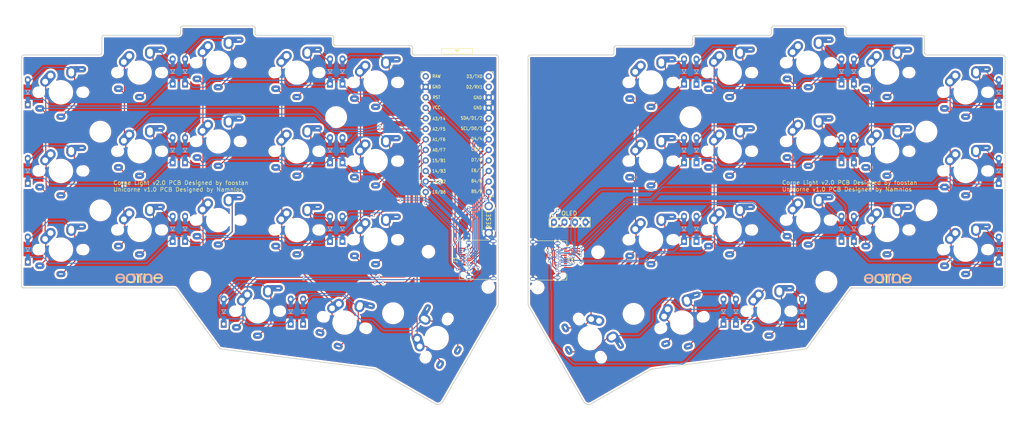
<source format=kicad_pcb>
(kicad_pcb (version 20211014) (generator pcbnew)
  (title_block (title "Unicorne") (date "2022-05-07") (rev "1.0") (company "Namnlos") (comment 1 "jan@namnlos.io"))
  (layers (0 "F.Cu" signal) (31 "B.Cu" signal) (34 "B.Paste" user) (35 "F.Paste" user) (36 "B.SilkS" user "B.Silkscreen") (37 "F.SilkS" user "F.Silkscreen") (38 "B.Mask" user) (39 "F.Mask" user) (44 "Edge.Cuts" user))
  (net 0 "")
  (net 1 "row0")
  (net 2 "Net-(D1-Pad2)")
  (net 3 "row1")
  (net 4 "Net-(D2-Pad2)")
  (net 5 "row2")
  (net 6 "Net-(D3-Pad2)")
  (net 7 "row3")
  (net 8 "Net-(D4-Pad2)")
  (net 9 "Net-(D5-Pad2)")
  (net 10 "Net-(D6-Pad2)")
  (net 11 "Net-(D7-Pad2)")
  (net 12 "Net-(D8-Pad2)")
  (net 13 "Net-(D9-Pad2)")
  (net 14 "Net-(D10-Pad2)")
  (net 15 "Net-(D11-Pad2)")
  (net 16 "Net-(D12-Pad2)")
  (net 17 "Net-(D13-Pad2)")
  (net 18 "Net-(D14-Pad2)")
  (net 19 "Net-(D15-Pad2)")
  (net 20 "Net-(D16-Pad2)")
  (net 21 "Net-(D17-Pad2)")
  (net 22 "Net-(D18-Pad2)")
  (net 23 "Net-(D19-Pad2)")
  (net 24 "Net-(D20-Pad2)")
  (net 25 "Net-(D21-Pad2)")
  (net 26 "GND")
  (net 27 "VCC")
  (net 28 "data")
  (net 29 "reset")
  (net 30 "SCL")
  (net 31 "SDA")
  (net 32 "col0r")
  (net 33 "col1r")
  (net 34 "col2r")
  (net 35 "col3r")
  (net 36 "col0l")
  (net 37 "col1l")
  (net 38 "Net-(D22-Pad2)")
  (net 40 "Net-(D23-Pad2)")
  (net 41 "Net-(D24-Pad2)")
  (net 42 "Net-(D25-Pad2)")
  (net 43 "Net-(D26-Pad2)")
  (net 44 "Net-(D27-Pad2)")
  (net 45 "Net-(D28-Pad2)")
  (net 46 "Net-(D29-Pad2)")
  (net 47 "Net-(D30-Pad2)")
  (net 48 "Net-(D31-Pad2)")
  (net 49 "Net-(D32-Pad2)")
  (net 50 "Net-(D33-Pad2)")
  (net 51 "Net-(D34-Pad2)")
  (net 52 "Net-(D35-Pad2)")
  (net 53 "Net-(D36-Pad2)")
  (net 54 "col2l")
  (net 55 "col3l")
  (net 56 "col4l")
  (net 68 "col4r")
  (net 69 "row0r")
  (net 70 "row1r")
  (net 71 "row2r")
  (net 72 "row3r")
  (footprint "kbd:keyswitch_cherrymx_alps_choc12_1u" (layer "F.Cu") (at 259.684847 45.920432)
    (fp_text reference "SW19")
    (fp_text value "SW_PUSH" hide)
  )
  (footprint "kbd:keyswitch_cherrymx_alps_choc12_1u" (layer "F.Cu") (at 240.684847 41.170432)
    (fp_text reference "SW20")
    (fp_text value "SW_PUSH" hide)
  )
  (footprint "kbd:keyswitch_cherrymx_alps_choc12_1u" (layer "F.Cu") (at 221.684847 38.795432)
    (fp_text reference "SW21")
    (fp_text value "SW_PUSH" hide)
  )
  (footprint "kbd:keyswitch_cherrymx_alps_choc12_1u" (layer "F.Cu") (at 202.684847 41.170432)
    (fp_text reference "SW22")
    (fp_text value "SW_PUSH" hide)
  )
  (footprint "kbd:keyswitch_cherrymx_alps_choc12_1u" (layer "F.Cu") (at 183.684847 43.545432)
    (fp_text reference "SW23")
    (fp_text value "SW_PUSH" hide)
  )
  (footprint "kbd:keyswitch_cherrymx_alps_choc12_1u" (layer "F.Cu") (at 259.684847 64.920432)
    (fp_text reference "SW24")
    (fp_text value "SW_PUSH" hide)
  )
  (footprint "kbd:keyswitch_cherrymx_alps_choc12_1u" (layer "F.Cu") (at 240.684847 60.170432)
    (fp_text reference "SW25")
    (fp_text value "SW_PUSH" hide)
  )
  (footprint "kbd:keyswitch_cherrymx_alps_choc12_1u" (layer "F.Cu") (at 221.684847 57.795432)
    (fp_text reference "SW26")
    (fp_text value "SW_PUSH" hide)
  )
  (footprint "kbd:keyswitch_cherrymx_alps_choc12_1u" (layer "F.Cu") (at 202.684847 60.170432)
    (fp_text reference "SW27")
    (fp_text value "SW_PUSH" hide)
  )
  (footprint "kbd:keyswitch_cherrymx_alps_choc12_1u" (layer "F.Cu") (at 183.684847 62.545432)
    (fp_text reference "SW28")
    (fp_text value "SW_PUSH" hide)
  )
  (footprint "kbd:keyswitch_cherrymx_alps_choc12_1u" (layer "F.Cu") (at 259.684847 83.920432)
    (fp_text reference "SW29")
    (fp_text value "SW_PUSH" hide)
  )
  (footprint "kbd:keyswitch_cherrymx_alps_choc12_1u" (layer "F.Cu") (at 240.684847 79.170432)
    (fp_text reference "SW30")
    (fp_text value "SW_PUSH" hide)
  )
  (footprint "kbd:keyswitch_cherrymx_alps_choc12_1u" (layer "F.Cu") (at 221.684847 76.795432)
    (fp_text reference "SW31")
    (fp_text value "SW_PUSH" hide)
  )
  (footprint "kbd:keyswitch_cherrymx_alps_choc12_1u" (layer "F.Cu") (at 202.684847 79.170432)
    (fp_text reference "SW32")
    (fp_text value "SW_PUSH" hide)
  )
  (footprint "kbd:keyswitch_cherrymx_alps_choc12_1u" (layer "F.Cu") (at 212.184847 98.795432)
    (fp_text reference "SW34")
    (fp_text value "SW_PUSH" hide)
  )
  (footprint "kbd:keyswitch_cherrymx_alps_choc12_1u" (layer "F.Cu") (at 191.184847 101.545432 15)
    (fp_text reference "SW35")
    (fp_text value "SW_PUSH" hide)
  )
  (footprint "kbd:keyswitch_cherrymx_alps_choc12_1u" (layer "F.Cu") (at 183.684847 81.545432)
    (fp_text reference "SW33")
    (fp_text value "SW_PUSH" hide)
  )
  (footprint "kbd:ProMicro_v3" (layer "F.Cu") (at 136.8925 56.56)
    (fp_text reference "U1" hide)
    (fp_text value "ProMicro" hide)
  )
  (footprint "kbd:keyswitch_cherrymx_alps_choc12_1u" (layer "F.Cu") (at 117.1875 43.545)
    (fp_text reference "SW5")
    (fp_text value "SW_PUSH" hide)
  )
  (footprint "kbd:keyswitch_cherrymx_alps_choc12_1u" (layer "F.Cu") (at 98.1875 41.17)
    (fp_text reference "SW4")
    (fp_text value "SW_PUSH" hide)
  )
  (footprint "kbd:keyswitch_cherrymx_alps_choc12_1u" (layer "F.Cu") (at 79.1875 38.795)
    (fp_text reference "SW3")
    (fp_text value "SW_PUSH" hide)
  )
  (footprint "kbd:keyswitch_cherrymx_alps_choc12_1u" (layer "F.Cu") (at 60.1875 41.17)
    (fp_text reference "SW2")
    (fp_text value "SW_PUSH" hide)
  )
  (footprint "kbd:keyswitch_cherrymx_alps_choc12_1u" (layer "F.Cu") (at 41.1875 45.92)
    (fp_text reference "SW1")
    (fp_text value "SW_PUSH" hide)
  )
  (footprint "kbd:keyswitch_cherrymx_alps_choc12_1u" (layer "F.Cu") (at 117.1875 81.545)
    (fp_text reference "SW15")
    (fp_text value "SW_PUSH" hide)
  )
  (footprint "kbd:keyswitch_cherrymx_alps_choc12_1.5u" (layer "F.Cu") (at 131.9375 105.295 60)
    (fp_text reference "SW18")
    (fp_text value "SW_PUSH" hide)
  )
  (footprint "kbd:keyswitch_cherrymx_alps_choc12_1u" (layer "F.Cu") (at 109.6875 101.545 -15)
    (fp_text reference "SW17")
    (fp_text value "SW_PUSH" hide)
  )
  (footprint "kbd:keyswitch_cherrymx_alps_choc12_1u" (layer "F.Cu") (at 88.6875 98.795)
    (fp_text reference "SW16")
    (fp_text value "SW_PUSH" hide)
  )
  (footprint "kbd:keyswitch_cherrymx_alps_choc12_1u" (layer "F.Cu") (at 98.1875 79.17)
    (fp_text reference "SW14")
    (fp_text value "SW_PUSH" hide)
  )
  (footprint "kbd:keyswitch_cherrymx_alps_choc12_1u" (layer "F.Cu") (at 79.1875 76.795)
    (fp_text reference "SW13")
    (fp_text value "SW_PUSH" hide)
  )
  (footprint "kbd:keyswitch_cherrymx_alps_choc12_1u" (layer "F.Cu") (at 60.1875 79.17)
    (fp_text reference "SW12")
    (fp_text value "SW_PUSH" hide)
  )
  (footprint "kbd:keyswitch_cherrymx_alps_choc12_1u" (layer "F.Cu") (at 41.1875 83.92)
    (fp_text reference "SW11")
    (fp_text value "SW_PUSH" hide)
  )
  (footprint "kbd:keyswitch_cherrymx_alps_choc12_1u" (layer "F.Cu") (at 117.1875 62.545)
    (fp_text reference "SW10")
    (fp_text value "SW_PUSH" hide)
  )
  (footprint "kbd:keyswitch_cherrymx_alps_choc12_1u" (layer "F.Cu") (at 98.1875 60.17)
    (fp_text reference "SW9")
    (fp_text value "SW_PUSH" hide)
  )
  (footprint "kbd:keyswitch_cherrymx_alps_choc12_1u" (layer "F.Cu") (at 79.1875 57.795)
    (fp_text reference "SW8")
    (fp_text value "SW_PUSH" hide)
  )
  (footprint "kbd:keyswitch_cherrymx_alps_choc12_1u" (layer "F.Cu") (at 60.1875 60.17)
    (fp_text reference "SW7")
    (fp_text value "SW_PUSH" hide)
  )
  (footprint "kbd:keyswitch_cherrymx_alps_choc12_1u" (layer "F.Cu") (at 41.1875 64.92)
    (fp_text reference "SW6")
    (fp_text value "SW_PUSH" hide)
  )
  (footprint "kbd:thread_m2" (layer "F.Cu") (at 156.330847 93.085432)
    (fp_text reference "Ref**" hide)
    (fp_text value "Val**" hide)
  )
  (footprint "kbd:thread_m2" (layer "F.Cu") (at 170.889847 84.542432)
    (fp_text reference "Ref**" hide)
    (fp_text value "Val**" hide)
  )
  (footprint "kbd:keyswitch_cherrymx_alps_choc12_1.5u" (layer "F.Cu") (at 168.934847 105.295432 -60)
    (fp_text reference "SW36")
    (fp_text value "SW_PUSH" hide)
  )
  (footprint "kbd:ResetSW_1side" (layer "F.Cu") (at 144.5045 76.671 90)
    (fp_text reference "RSW1" hide)
    (fp_text value "SW_PUSH")
  )
  (footprint "kbd:OLED_1side" (layer "F.Cu") (at 160.2575 77.31)
    (fp_text reference "J0")
    (fp_text value "OLED" hide)
  )
  (footprint "kbd:corne-logo-horizontal" (layer "F.Cu") (at 60.2175 90.93)
    (fp_text reference "G***" hide)
    (fp_text value "LOGO" hide)
  )
  (footprint "kbd:corne-logo-horizontal" (layer "F.Cu") (at 240.9975 91.01)
    (fp_text reference "G***" hide)
    (fp_text value "LOGO" hide)
  )
  (footprint "Connector_USB:USB_C_Receptacle_Amphenol_12401548E4-2A" (layer "F.Cu") (at 158.0013 86.5354 -90)
    (fp_text reference "J2")
    (fp_text value "USB_C_Receptacle")
  )
  (footprint "Connector_USB:USB_C_Receptacle_Amphenol_12401548E4-2A" (layer "F.Cu") (at 142.8121 86.383 90)
    (fp_text reference "J1")
    (fp_text value "USB_C_Receptacle")
  )
  (footprint "kbd:D3_TH" (layer "B.Cu") (at 232.684847 78.920432 90)
    (fp_text reference "D30" hide)
    (fp_text value "D" hide)
  )
  (footprint "kbd:D3_TH" (layer "B.Cu") (at 229.684847 78.915432 90)
    (fp_text reference "D31" hide)
    (fp_text value "D" hide)
  )
  (footprint "kbd:D3_TH" (layer "B.Cu") (at 194.684847 78.920432 90)
    (fp_text reference "D32" hide)
    (fp_text value "D" hide)
  )
  (footprint "kbd:D3_TH" (layer "B.Cu") (at 191.684847 78.920432 90)
    (fp_text reference "D33" hide)
    (fp_text value "D" hide)
  )
  (footprint "kbd:D3_TH" (layer "B.Cu") (at 220.184847 98.930432 90)
    (fp_text reference "D34" hide)
    (fp_text value "D" hide)
  )
  (footprint "kbd:D3_TH" (layer "B.Cu") (at 204.194847 98.915432 90)
    (fp_text reference "D35" hide)
    (fp_text value "D" hide)
  )
  (footprint "kbd:D3_TH" (layer "B.Cu") (at 201.194847 98.915432 90)
    (fp_text reference "D36" hide)
    (fp_text value "D" hide)
  )
  (footprint "kbd:D3_TH" (layer "B.Cu") (at 267.684847 45.920432 90)
    (fp_text reference "D19" hide)
    (fp_text value "D" hide)
  )
  (footprint "kbd:D3_TH" (layer "B.Cu") (at 232.684847 40.920432 90)
    (fp_text reference "D20" hide)
    (fp_text value "D" hide)
  )
  (footprint "kbd:D3_TH" (layer "B.Cu") (at 229.684847 40.915432 90)
    (fp_text reference "D21" hide)
    (fp_text value "D" hide)
  )
  (footprint "kbd:D3_TH" (layer "B.Cu") (at 191.684847 40.920432 90)
    (fp_text reference "D23" hide)
    (fp_text value "D" hide)
  )
  (footprint "kbd:D3_TH" (layer "B.Cu") (at 267.684847 64.920432 90)
    (fp_text reference "D24" hide)
    (fp_text value "D" hide)
  )
  (footprint "kbd:D3_TH" (layer "B.Cu") (at 232.684847 59.920432 90)
    (fp_text reference "D25" hide)
    (fp_text value "D" hide)
  )
  (footprint "kbd:D3_TH" (layer "B.Cu") (at 229.684847 59.915432 90)
    (fp_text reference "D26" hide)
    (fp_text value "D" hide)
  )
  (footprint "kbd:D3_TH" (layer "B.Cu") (at 194.684847 59.920432 90)
    (fp_text reference "D27" hide)
    (fp_text value "D" hide)
  )
  (footprint "kbd:D3_TH" (layer "B.Cu") (at 33.1875 83.92 90)
    (fp_text reference "D11" hide)
    (fp_text value "D" hide)
  )
  (footprint "kbd:D3_TH" (layer "B.Cu") (at 33.1875 64.92 90)
    (fp_text reference "D6" hide)
    (fp_text value "D" hide)
  )
  (footprint "kbd:D3_TH" (layer "B.Cu") (at 33.1875 45.92 90)
    (fp_text reference "D1" hide)
    (fp_text value "D" hide)
  )
  (footprint "kbd:D3_TH" (layer "B.Cu") (at 191.684847 59.920432 90)
    (fp_text reference "D28" hide)
    (fp_text value "D" hide)
  )
  (footprint "kbd:D3_TH" (layer "B.Cu") (at 99.6875 98.905 90)
    (fp_text reference "D18" hide)
    (fp_text value "D" hide)
  )
  (footprint "kbd:D3_TH" (layer "B.Cu") (at 96.6875 98.905 90)
    (fp_text reference "D17" hide)
    (fp_text value "D" hide)
  )
  (footprint "kbd:D3_TH" (layer "B.Cu") (at 80.5075 98.91 90)
    (fp_text reference "D16" hide)
    (fp_text value "D" hide)
  )
  (footprint "kbd:D3_TH" (layer "B.Cu") (at 109.1875 78.92 90)
    (fp_text reference "D15" hide)
    (fp_text value "D" hide)
  )
  (footprint "kbd:D3_TH" (layer "B.Cu") (at 106.1875 78.92 90)
    (fp_text reference "D14" hide)
    (fp_text value "D" hide)
  )
  (footprint "kbd:D3_TH" (layer "B.Cu") (at 71.1875 78.915 90)
    (fp_text reference "D13" hide)
    (fp_text value "D" hide)
  )
  (footprint "kbd:D3_TH" (layer "B.Cu") (at 68.1875 78.92 90)
    (fp_text reference "D12" hide)
    (fp_text value "D" hide)
  )
  (footprint "kbd:D3_TH" (layer "B.Cu") (at 109.1875 59.92 90)
    (fp_text reference "D10" hide)
    (fp_text value "D" hide)
  )
  (footprint "kbd:D3_TH" (layer "B.Cu") (at 106.1875 59.92 90)
    (fp_text reference "D9" hide)
    (fp_text value "D" hide)
  )
  (footprint "kbd:D3_TH" (layer "B.Cu") (at 71.1875 59.915 90)
    (fp_text reference "D8" hide)
    (fp_text value "D" hide)
  )
  (footprint "kbd:D3_TH" (layer "B.Cu") (at 68.1875 59.92 90)
    (fp_text reference "D7" hide)
    (fp_text value "D" hide)
  )
  (footprint "kbd:D3_TH" (layer "B.Cu") (at 109.1875 40.92 90)
    (fp_text reference "D5" hide)
    (fp_text value "D" hide)
  )
  (footprint "kbd:D3_TH" (layer "B.Cu") (at 106.1875 40.92 90)
    (fp_text reference "D4" hide)
    (fp_text value "D" hide)
  )
  (footprint "kbd:D3_TH" (layer "B.Cu") (at 71.1875 40.915 90)
    (fp_text reference "D3" hide)
    (fp_text value "D" hide)
  )
  (footprint "kbd:D3_TH" (layer "B.Cu") (at 68.1875 40.92 90)
    (fp_text reference "D2" hide)
    (fp_text value "D" hide)
  )
  (footprint "kbd:D3_TH" (layer "B.Cu") (at 267.684847 83.920432 90)
    (fp_text reference "D29" hide)
    (fp_text value "D" hide)
  )
  (footprint "kbd:spacer_m2" (layer "B.Cu") (at 107.6505 51.9305 180)
    (fp_text reference "Ref**" hide)
    (fp_text value "Val**" hide)
  )
  (footprint "kbd:spacer_m2" (layer "B.Cu") (at 74.8395 91.6855 180)
    (fp_text reference "Ref**" hide)
    (fp_text value "Val**" hide)
  )
  (footprint "kbd:spacer_m2" (layer "B.Cu") (at 121.4055 99.3 180)
    (fp_text reference "Ref**" hide)
    (fp_text value "Val**" hide)
  )
  (footprint "kbd:thread_m2" (layer "B.Cu") (at 129.9445 84.419 180)
    (fp_text reference "Ref**" hide)
    (fp_text value "Val**" hide)
  )
  (footprint "kbd:thread_m2" (layer "B.Cu") (at 144.3765 92.94 180)
    (fp_text reference "Ref**" hide)
    (fp_text value "Val**" hide)
  )
  (footprint "kbd:spacer_m2" (layer "B.Cu") (at 193.235847 51.936932 180)
    (fp_text reference "Ref**" hide)
    (fp_text value "Val**" hide)
  )
  (footprint "kbd:spacer_m2" (layer "B.Cu") (at 179.485847 99.446932 180)
    (fp_text reference "Ref**" hide)
    (fp_text value "Val**" hide)
  )
  (footprint "kbd:spacer_m2" (layer "B.Cu") (at 226.055847 91.696932 180)
    (fp_text reference "Ref**" hide)
    (fp_text value "Val**" hide)
  )
  (footprint "kbd:corne-logo-horizontal" (layer "B.Cu") (at 59.9875 90.93 180)
    (fp_text reference "G***" hide)
    (fp_text value "LOGO" hide)
  )
  (footprint "kbd:corne-logo-horizontal" (layer "B.Cu") (at 240.7675 91.01 180)
    (fp_text reference "G***" hide)
    (fp_text value "LOGO" hide)
  )
  (footprint "kbd:spacer_m2" (layer "B.Cu") (at 50.7125 74.445 180)
    (fp_text reference "Ref**" hide)
    (fp_text value "Val**" hide)
  )
  (footprint "kbd:spacer_m2" (layer "B.Cu") (at 50.7125 55.445 180)
    (fp_text reference "Ref**" hide)
    (fp_text value "Val**" hide)
  )
  (footprint "kbd:spacer_m2" (layer "B.Cu") (at 250.2125 74.426932 180)
    (fp_text reference "Ref**" hide)
    (fp_text value "Val**" hide)
  )
  (footprint "kbd:spacer_m2" (layer "B.Cu") (at 250.2125 55.426932 180)
    (fp_text reference "Ref**" hide)
    (fp_text value "Val**" hide)
  )
  (footprint "kbd:D3_TH" (layer "B.Cu") (at 194.6789 40.9678 90)
    (fp_text reference "D22" hide)
    (fp_text value "D" hide)
  )
  (gr_line (start 268.70212 93.187882) (end 268.70212 93.187882) (layer "Edge.Cuts") (width 0.2))
  (gr_line (start 31.98301 93.12416) (end 32.15319 93.15464) (layer "Edge.Cuts") (width 0.2))
  (gr_line (start 221.022679 107.937647) (end 184.352736 112.707763) (layer "Edge.Cuts") (width 0.2))
  (gr_line (start 268.86976 93.157402) (end 268.70212 93.187882) (layer "Edge.Cuts") (width 0.2))
  (gr_line (start 230.87279 31.986642) (end 230.80167 31.854563) (layer "Edge.Cuts") (width 0.2))
  (gr_line (start 69.986809 31.979022) (end 70.055389 31.849483) (layer "Edge.Cuts") (width 0.2))
  (gr_line (start 79.834379 107.930027) (end 116.504323 112.700143) (layer "Edge.Cuts") (width 0.2))
  (gr_line (start 133.324186 120.792575) (end 133.380066 120.716375) (layer "Edge.Cuts") (width 0.2))
  (gr_line (start 88.58467 32.179682) (end 88.58467 32.179682) (layer "Edge.Cuts") (width 0.2))
  (gr_line (start 70.283988 30.030844) (end 70.184928 30.132444) (layer "Edge.Cuts") (width 0.2))
  (gr_line (start 62.636056 32.179682) (end 51.584527 32.179682) (layer "Edge.Cuts") (width 0.2))
  (gr_line (start 106.585632 32.179682) (end 100.636958 32.179682) (layer "Edge.Cuts") (width 0.2))
  (gr_line (start 175.272245 34.68666) (end 193.273207 34.68666) (layer "Edge.Cuts") (width 0.2))
  (gr_line (start 231.919269 93.332662) (end 221.375739 107.790328) (layer "Edge.Cuts") (width 0.2))
  (gr_line (start 167.479532 120.723995) (end 167.474452 120.718915) (layer "Edge.Cuts") (width 0.2))
  (gr_line (start 88.41703 32.151742) (end 88.58467 32.179682) (layer "Edge.Cuts") (width 0.2))
  (gr_line (start 146.834433 37.429857) (end 146.803953 37.259677) (layer "Edge.Cuts") (width 0.2))
  (gr_line (start 117.159642 112.829683) (end 117.002162 112.786503) (layer "Edge.Cuts") (width 0.2))
  (gr_line (start 183.854896 112.794123) (end 184.019996 112.756023) (layer "Edge.Cuts") (width 0.2))
  (gr_line (start 168.277092 121.290414) (end 168.122152 121.239614) (layer "Edge.Cuts") (width 0.2))
  (gr_arc (start 51.084147 32.680062) (mid 51.232813 32.328348) (end 51.584527 32.179682) (layer "Edge.Cuts") (width 0.2))
  (gr_line (start 125.584814 34.67904) (end 107.583851 34.67904) (layer "Edge.Cuts") (width 0.2))
  (gr_line (start 221.114119 107.930027) (end 221.022679 107.937647) (layer "Edge.Cuts") (width 0.2))
  (gr_arc (start 193.773586 34.18628) (mid 193.627029 34.540102) (end 193.273207 34.68666) (layer "Edge.Cuts") (width 0.2))
  (gr_line (start 117.159642 112.829683) (end 131.454748 121.092294) (layer "Edge.Cuts") (width 0.2))
  (gr_line (start 70.085868 30.429624) (end 70.085868 30.429624) (layer "Edge.Cuts") (width 0.2))
  (gr_line (start 116.837062 112.748403) (end 116.664342 112.720463) (layer "Edge.Cuts") (width 0.2))
  (gr_line (start 250.103111 36.906618) (end 249.971031 36.835498) (layer "Edge.Cuts") (width 0.2))
  (gr_arc (start 193.773586 32.687682) (mid 193.920059 32.333775) (end 194.273966 32.187302) (layer "Edge.Cuts") (width 0.2))
  (gr_line (start 32.15319 93.15464) (end 32.15319 93.15464) (layer "Edge.Cuts") (width 0.2))
  (gr_line (start 268.8723 36.967578) (end 269.00184 37.038697) (layer "Edge.Cuts") (width 0.2))
  (gr_line (start 79.745479 107.922407) (end 79.834379 107.930027) (layer "Edge.Cuts") (width 0.2))
  (gr_line (start 184.192716 112.728083) (end 184.352736 112.707763) (layer "Edge.Cuts") (width 0.2))
  (gr_line (start 146.8253 45.2858) (end 146.8253 50.061) (layer "Edge.Cuts") (width 0.2))
  (gr_line (start 238.396262 93.187882) (end 268.70212 93.187882) (layer "Edge.Cuts") (width 0.2))
  (gr_line (start 126.415393 36.901538) (end 126.585573 36.929478) (layer "Edge.Cuts") (width 0.2))
  (gr_line (start 79.481319 107.782708) (end 79.595619 107.869068) (layer "Edge.Cuts") (width 0.2))
  (gr_arc (start 31.659585 37.5642) (mid 31.82814 37.114514) (end 32.2713 36.929478) (layer "Edge.Cuts") (width 0.2))
  (gr_arc (start 51.084147 36.429098) (mid 50.93759 36.78292) (end 50.583768 36.929478) (layer "Edge.Cuts") (width 0.2))
  (gr_line (start 146.501693 36.959958) (end 146.334053 36.929478) (layer "Edge.Cuts") (width 0.2))
  (gr_line (start 269.10344 37.137757) (end 269.17202 37.269837) (layer "Edge.Cuts") (width 0.2))
  (gr_line (start 230.80167 31.854563) (end 230.77373 31.684383) (layer "Edge.Cuts") (width 0.2))
  (gr_line (start 146.732833 37.130137) (end 146.633773 37.028537) (layer "Edge.Cuts") (width 0.2))
  (gr_line (start 154.022626 88.923) (end 154.0389 84.1478) (layer "Edge.Cuts") (width 0.2))
  (gr_line (start 87.883631 30.028304) (end 87.754091 29.959724) (layer "Edge.Cuts") (width 0.2))
  (gr_line (start 249.871971 36.736438) (end 249.800851 36.604358) (layer "Edge.Cuts") (width 0.2))
  (gr_line (start 70.113808 30.261984) (end 70.085868 30.429624) (layer "Edge.Cuts") (width 0.2))
  (gr_line (start 88.114771 31.852023) (end 88.185891 31.981562) (layer "Edge.Cuts") (width 0.2))
  (gr_line (start 31.652811 92.654261) (end 31.659585 37.5642) (layer "Edge.Cuts") (width 0.2))
  (gr_line (start 146.834433 88.923) (end 146.8253 84.1478) (layer "Edge.Cuts") (width 0.2))
  (gr_line (start 169.140691 121.237074) (end 168.988291 121.287874) (layer "Edge.Cuts") (width 0.2))
  (gr_line (start 230.27335 29.934324) (end 230.44353 29.967344) (layer "Edge.Cuts") (width 0.2))
  (gr_line (start 146.803953 37.259677) (end 146.732833 37.130137) (layer "Edge.Cuts") (width 0.2))
  (gr_line (start 167.540492 120.807815) (end 167.479532 120.723995) (layer "Edge.Cuts") (width 0.2))
  (gr_line (start 193.773586 34.18628) (end 193.773586 32.687682) (layer "Edge.Cuts") (width 0.2))
  (gr_line (start 126.115673 36.601818) (end 126.184253 36.731358) (layer "Edge.Cuts") (width 0.2))
  (gr_line (start 174.975065 34.78572) (end 175.104605 34.71714) (layer "Edge.Cuts") (width 0.2))
  (gr_arc (start 212.772768 31.684383) (mid 212.626363 32.039104) (end 212.272388 32.187302) (layer "Edge.Cuts") (width 0.2))
  (gr_line (start 107.286672 34.57998) (end 107.416212 34.6511) (layer "Edge.Cuts") (width 0.2))
  (gr_line (start 79.595619 107.869068) (end 79.745479 107.922407) (layer "Edge.Cuts") (width 0.2))
  (gr_line (start 154.0389 84.1478) (end 154.0389 50.061) (layer "Edge.Cuts") (width 0.2))
  (gr_line (start 146.334053 36.929478) (end 126.585573 36.929478) (layer "Edge.Cuts") (width 0.2))
  (gr_line (start 68.67363 93.187882) (end 68.58473 93.16) (layer "Edge.Cuts") (width 0.2))
  (gr_line (start 269.2025 92.684963) (end 269.17202 92.857682) (layer "Edge.Cuts") (width 0.2))
  (gr_line (start 146.8253 50.061) (end 146.8253 84.1478) (layer "Edge.Cuts") (width 0.2))
  (gr_line (start 230.44353 29.967344) (end 230.57307 30.038464) (layer "Edge.Cuts") (width 0.2))
  (gr_line (start 88.084291 30.429624) (end 88.056351 30.259444) (layer "Edge.Cuts") (width 0.2))
  (gr_line (start 269.17202 37.269837) (end 269.2025 37.437477) (layer "Edge.Cuts") (width 0.2))
  (gr_line (start 230.57307 30.038464) (end 230.67213 30.137524) (layer "Edge.Cuts") (width 0.2))
  (gr_line (start 69.585489 32.179682) (end 69.755669 32.151742) (layer "Edge.Cuts") (width 0.2))
  (gr_line (start 68.93779 93.327582) (end 68.82095 93.241222) (layer "Edge.Cuts") (width 0.2))
  (gr_line (start 250.273291 36.937098) (end 268.70212 36.937098) (layer "Edge.Cuts") (width 0.2))
  (gr_line (start 174.802345 35.016859) (end 174.873465 34.88732) (layer "Edge.Cuts") (width 0.2))
  (gr_line (start 230.77373 30.437244) (end 230.77373 31.684383) (layer "Edge.Cuts") (width 0.2))
  (gr_line (start 106.882812 32.278742) (end 106.753272 32.210162) (layer "Edge.Cuts") (width 0.2))
  (gr_line (start 69.585489 32.179682) (end 62.636056 32.179682) (layer "Edge.Cuts") (width 0.2))
  (gr_line (start 107.086012 34.1812) (end 107.113952 34.35138) (layer "Edge.Cuts") (width 0.2))
  (gr_line (start 131.718908 121.229454) (end 131.871307 121.280254) (layer "Edge.Cuts") (width 0.2))
  (gr_line (start 133.380066 120.716375) (end 133.382606 120.711295) (layer "Edge.Cuts") (width 0.2))
  (gr_line (start 70.085868 30.429624) (end 70.085868 31.679303) (layer "Edge.Cuts") (width 0.2))
  (gr_line (start 51.084147 32.680062) (end 51.084147 36.429098) (layer "Edge.Cuts") (width 0.2))
  (gr_line (start 107.055532 32.509882) (end 106.984412 32.380342) (layer "Edge.Cuts") (width 0.2))
  (gr_line (start 132.879686 121.165954) (end 133.004146 121.092294) (layer "Edge.Cuts") (width 0.2))
  (gr_line (start 213.273147 29.934324) (end 230.27335 29.934324) (layer "Edge.Cuts") (width 0.2))
  (gr_line (start 167.741152 121.016095) (end 167.637012 120.917035) (layer "Edge.Cuts") (width 0.2))
  (gr_line (start 125.884533 34.78064) (end 125.752454 34.70952) (layer "Edge.Cuts") (width 0.2))
  (gr_line (start 269.00184 37.038697) (end 269.10344 37.137757) (layer "Edge.Cuts") (width 0.2))
  (gr_line (start 249.442711 32.217782) (end 249.572251 32.288902) (layer "Edge.Cuts") (width 0.2))
  (gr_line (start 68.58473 93.16) (end 62.625896 93.16) (layer "Edge.Cuts") (width 0.2))
  (gr_line (start 232.272328 93.187882) (end 238.396262 93.187882) (layer "Edge.Cuts") (width 0.2))
  (gr_line (start 184.019996 112.756023) (end 184.192716 112.728083) (layer "Edge.Cuts") (width 0.2))
  (gr_line (start 221.261439 107.876688) (end 221.114119 107.930027) (layer "Edge.Cuts") (width 0.2))
  (gr_line (start 269.17202 92.857682) (end 269.1009 92.987222) (layer "Edge.Cuts") (width 0.2))
  (gr_line (start 146.8253 45.2858) (end 146.834433 37.429857) (layer "Edge.Cuts") (width 0.2))
  (gr_line (start 212.272388 32.187302) (end 212.272388 32.187302) (layer "Edge.Cuts") (width 0.2))
  (gr_line (start 107.086012 34.1812) (end 107.086012 32.680062) (layer "Edge.Cuts") (width 0.2))
  (gr_line (start 249.673851 32.387962) (end 249.744971 32.520042) (layer "Edge.Cuts") (width 0.2))
  (gr_line (start 174.672805 36.738978) (end 174.571205 36.838038) (layer "Edge.Cuts") (width 0.2))
  (gr_line (start 132.226907 121.328514) (end 132.414867 121.315814) (layer "Edge.Cuts") (width 0.2))
  (gr_line (start 133.126066 120.998315) (end 133.230206 120.901795) (layer "Edge.Cuts") (width 0.2))
  (gr_line (start 168.820651 121.320894) (end 168.632691 121.336134) (layer "Edge.Cuts") (width 0.2))
  (gr_line (start 106.753272 32.210162) (end 106.585632 32.179682) (layer "Edge.Cuts") (width 0.2))
  (gr_line (start 168.632691 121.336134) (end 168.444731 121.323434) (layer "Edge.Cuts") (width 0.2))
  (gr_line (start 70.413528 29.959724) (end 70.283988 30.030844) (layer "Edge.Cuts") (width 0.2))
  (gr_line (start 168.122152 121.239614) (end 167.984992 121.176114) (layer "Edge.Cuts") (width 0.2))
  (gr_line (start 183.697416 112.837303) (end 183.854896 112.794123) (layer "Edge.Cuts") (width 0.2))
  (gr_line (start 107.086012 32.680062) (end 107.055532 32.509882) (layer "Edge.Cuts") (width 0.2))
  (gr_line (start 269.1009 92.987222) (end 268.9993 93.088822) (layer "Edge.Cuts") (width 0.2))
  (gr_line (start 126.184253 36.731358) (end 126.285853 36.830418) (layer "Edge.Cuts") (width 0.2))
  (gr_arc (start 212.772768 30.434704) (mid 212.924405 30.085962) (end 213.273147 29.934324) (layer "Edge.Cuts") (width 0.2))
  (gr_line (start 174.873465 34.88732) (end 174.975065 34.78572) (layer "Edge.Cuts") (width 0.2))
  (gr_line (start 230.74325 30.267064) (end 230.77373 30.437244) (layer "Edge.Cuts") (width 0.2))
  (gr_line (start 87.583911 29.929244) (end 70.583708 29.929244) (layer "Edge.Cuts") (width 0.2))
  (gr_line (start 117.002162 112.786503) (end 116.837062 112.748403) (layer "Edge.Cuts") (width 0.2))
  (gr_line (start 70.055389 31.849483) (end 70.085868 31.679303) (layer "Edge.Cuts") (width 0.2))
  (gr_line (start 249.772911 32.687682) (end 249.772911 36.436718) (layer "Edge.Cuts") (width 0.2))
  (gr_line (start 167.857992 121.102454) (end 167.741152 121.016095) (layer "Edge.Cuts") (width 0.2))
  (gr_line (start 131.871307 121.280254) (end 132.038947 121.315814) (layer "Edge.Cuts") (width 0.2))
  (gr_line (start 230.97185 32.085702) (end 230.87279 31.986642) (layer "Edge.Cuts") (width 0.2))
  (gr_line (start 125.983593 34.8797) (end 125.884533 34.78064) (layer "Edge.Cuts") (width 0.2))
  (gr_line (start 88.284951 32.080622) (end 88.41703 32.151742) (layer "Edge.Cuts") (width 0.2))
  (gr_line (start 167.474452 120.718915) (end 154.248685 97.785277) (layer "Edge.Cuts") (width 0.2))
  (gr_line (start 231.274109 32.187302) (end 243.146058 32.187302) (layer "Edge.Cuts") (width 0.2))
  (gr_line (start 87.754091 29.959724) (end 87.583911 29.929244) (layer "Edge.Cuts") (width 0.2))
  (gr_line (start 249.572251 32.288902) (end 249.673851 32.387962) (layer "Edge.Cuts") (width 0.2))
  (gr_line (start 249.272532 32.187302) (end 249.442711 32.217782) (layer "Edge.Cuts") (width 0.2))
  (gr_line (start 126.285853 36.830418) (end 126.415393 36.901538) (layer "Edge.Cuts") (width 0.2))
  (gr_line (start 174.771865 35.187039) (end 174.771865 36.436718) (layer "Edge.Cuts") (width 0.2))
  (gr_line (start 230.77373 30.437244) (end 230.77373 30.437244) (layer "Edge.Cuts") (width 0.2))
  (gr_line (start 212.772768 31.684383) (end 212.772768 30.434704) (layer "Edge.Cuts") (width 0.2))
  (gr_line (start 231.103929 32.156822) (end 230.97185 32.085702) (layer "Edge.Cuts") (width 0.2))
  (gr_line (start 100.636958 32.179682) (end 88.58467 32.179682) (layer "Edge.Cuts") (width 0.2))
  (gr_line (start 230.67213 30.137524) (end 230.74325 30.267064) (layer "Edge.Cuts") (width 0.2))
  (gr_line (start 212.272388 32.187302) (end 205.236595 32.187302) (layer "Edge.Cuts") (width 0.2))
  (gr_line (start 125.752454 34.70952) (end 125.584814 34.67904) (layer "Edge.Cuts") (width 0.2))
  (gr_line (start 269.2025 37.437477) (end 269.2025 92.684963) (layer "Edge.Cuts") (width 0.2))
  (gr_line (start 132.038947 121.315814) (end 132.226907 121.328514) (layer "Edge.Cuts") (width 0.2))
  (gr_line (start 133.004146 121.092294) (end 133.126066 120.998315) (layer "Edge.Cuts") (width 0.2))
  (gr_line (start 249.744971 32.520042) (end 249.772911 32.687682) (layer "Edge.Cuts") (width 0.2))
  (gr_line (start 31.652811 92.654261) (end 31.680751 92.82444) (layer "Edge.Cuts") (width 0.2))
  (gr_line (start 126.585573 36.929478) (end 126.585573 36.929478) (layer "Edge.Cuts") (width 0.2))
  (gr_line (start 183.697416 112.837303) (end 169.40485 121.097374) (layer "Edge.Cuts") (width 0.2))
  (gr_line (start 249.800851 36.604358) (end 249.772911 36.436718) (layer "Edge.Cuts") (width 0.2))
  (gr_line (start 107.113952 34.35138) (end 107.185072 34.48092) (layer "Edge.Cuts") (width 0.2))
  (gr_line (start 68.93779 93.327582) (end 79.481319 107.782708) (layer "Edge.Cuts") (width 0.2))
  (gr_line (start 174.441665 36.909158) (end 174.274026 36.937098) (layer "Edge.Cuts") (width 0.2))
  (gr_line (start 249.971031 36.835498) (end 249.871971 36.736438) (layer "Edge.Cuts") (width 0.2))
  (gr_line (start 168.988291 121.287874) (end 168.820651 121.320894) (layer "Edge.Cuts") (width 0.2))
  (gr_line (start 133.230206 120.901795) (end 133.324186 120.792575) (layer "Edge.Cuts") (width 0.2))
  (gr_line (start 132.582507 121.282794) (end 132.734907 121.231994) (layer "Edge.Cuts") (width 0.2))
  (gr_line (start 126.085193 35.179419) (end 126.054713 35.009239) (layer "Edge.Cuts") (width 0.2))
  (gr_line (start 88.185891 31.981562) (end 88.284951 32.080622) (layer "Edge.Cuts") (width 0.2))
  (gr_line (start 167.984992 121.176114) (end 167.857992 121.102454) (layer "Edge.Cuts") (width 0.2))
  (gr_arc (start 154.248685 97.785277) (mid 154.077788 97.363372) (end 154.022626 96.911518) (layer "Edge.Cuts") (width 0.2))
  (gr_line (start 269.2025 37.437477) (end 269.2025 37.437477) (layer "Edge.Cuts") (width 0.2))
  (gr_line (start 146.633773 37.028537) (end 146.501693 36.959958) (layer "Edge.Cuts") (width 0.2))
  (gr_line (start 133.382606 120.711295) (end 146.608373 97.777657) (layer "Edge.Cuts") (width 0.2))
  (gr_line (start 154.022626 96.911518) (end 154.022626 88.923) (layer "Edge.Cuts") (width 0.2))
  (gr_line (start 126.085193 36.429098) (end 126.115673 36.601818) (layer "Edge.Cuts") (width 0.2))
  (gr_line (start 88.084291 31.679303) (end 88.114771 31.852023) (layer "Edge.Cuts") (width 0.2))
  (gr_line (start 167.637012 120.917035) (end 167.540492 120.807815) (layer "Edge.Cuts") (width 0.2))
  (gr_line (start 107.185072 34.48092) (end 107.286672 34.57998) (layer "Edge.Cuts") (width 0.2))
  (gr_line (start 168.444731 121.323434) (end 168.277092 121.290414) (layer "Edge.Cuts") (width 0.2))
  (gr_line (start 132.734907 121.231994) (end 132.879686 121.165954) (layer "Edge.Cuts") (width 0.2))
  (gr_line (start 131.579208 121.165954) (end 131.718908 121.229454) (layer "Edge.Cuts") (width 0.2))
  (gr_line (start 221.375739 107.790328) (end 221.261439 107.876688) (layer "Edge.Cuts") (width 0.2))
  (gr_line (start 250.273291 36.937098) (end 250.103111 36.906618) (layer "Edge.Cuts") (width 0.2))
  (gr_line (start 174.274026 36.937098) (end 174.274026 36.937098) (layer "Edge.Cuts") (width 0.2))
  (gr_line (start 175.104605 34.71714) (end 175.272245 34.68666) (layer "Edge.Cuts") (width 0.2))
  (gr_line (start 231.274109 32.187302) (end 231.103929 32.156822) (layer "Edge.Cuts") (width 0.2))
  (gr_line (start 69.755669 32.151742) (end 69.885209 32.080622) (layer "Edge.Cuts") (width 0.2))
  (gr_line (start 50.583768 36.929478) (end 32.2713 36.929478) (layer "Edge.Cuts") (width 0.2))
  (gr_arc (start 154.022627 37.434937) (mid 154.162527 37.075165) (end 154.523005 36.937098) (layer "Edge.Cuts") (width 0.2))
  (gr_line (start 268.70212 36.937098) (end 268.8723 36.967578) (layer "Edge.Cuts") (width 0.2))
  (gr_line (start 174.571205 36.838038) (end 174.441665 36.909158) (layer "Edge.Cuts") (width 0.2))
  (gr_line (start 126.054713 35.009239) (end 125.983593 34.8797) (layer "Edge.Cuts") (width 0.2))
  (gr_line (start 70.085868 31.679303) (end 70.085868 31.679303) (layer "Edge.Cuts") (width 0.2))
  (gr_line (start 154.0389 50.061) (end 154.022627 45.2858) (layer "Edge.Cuts") (width 0.2))
  (gr_line (start 174.771865 36.436718) (end 174.743925 36.609438) (layer "Edge.Cuts") (width 0.2))
  (gr_line (start 268.9993 93.088822) (end 268.86976 93.157402) (layer "Edge.Cuts") (width 0.2))
  (gr_line (start 32.15319 93.15464) (end 62.625896 93.16) (layer "Edge.Cuts") (width 0.2))
  (gr_line (start 174.743925 36.609438) (end 174.672805 36.738978) (layer "Edge.Cuts") (width 0.2))
  (gr_line (start 87.985231 30.129904) (end 87.883631 30.028304) (layer "Edge.Cuts") (width 0.2))
  (gr_line (start 31.853471 93.05558) (end 31.98301 93.12416) (layer "Edge.Cuts") (width 0.2))
  (gr_line (start 194.273966 32.187302) (end 205.236595 32.187302) (layer "Edge.Cuts") (width 0.2))
  (gr_arc (start 231.919269 93.332662) (mid 232.077235 93.21499) (end 232.272328 93.187882) (layer "Edge.Cuts") (width 0.2))
  (gr_line (start 169.40485 121.097374) (end 169.277851 121.173574) (layer "Edge.Cuts") (width 0.2))
  (gr_line (start 69.885209 32.080622) (end 69.986809 31.979022) (layer "Edge.Cuts") (width 0.2))
  (gr_line (start 169.277851 121.173574) (end 169.140691 121.237074) (layer "Edge.Cuts") (width 0.2))
  (gr_line (start 107.416212 34.6511) (end 107.583851 34.67904) (layer "Edge.Cuts") (width 0.2))
  (gr_line (start 70.583708 29.929244) (end 70.413528 29.959724) (layer "Edge.Cuts") (width 0.2))
  (gr_line (start 174.771865 35.187039) (end 174.802345 35.016859) (layer "Edge.Cuts") (width 0.2))
  (gr_line (start 154.523005 36.937098) (end 174.274026 36.937098) (layer "Edge.Cuts") (width 0.2))
  (gr_line (start 106.984412 32.380342) (end 106.882812 32.278742) (layer "Edge.Cuts") (width 0.2))
  (gr_line (start 249.772911 36.436718) (end 249.772911 36.436718) (layer "Edge.Cuts") (width 0.2))
  (gr_line (start 70.184928 30.132444) (end 70.113808 30.261984) (layer "Edge.Cuts") (width 0.2))
  (gr_line (start 31.751871 92.95398) (end 31.853471 93.05558) (layer "Edge.Cuts") (width 0.2))
  (gr_line (start 131.454748 121.092294) (end 131.579208 121.165954) (layer "Edge.Cuts") (width 0.2))
  (gr_line (start 68.82095 93.241222) (end 68.67363 93.187882) (layer "Edge.Cuts") (width 0.2))
  (gr_line (start 88.056351 30.259444) (end 87.985231 30.129904) (layer "Edge.Cuts") (width 0.2))
  (gr_line (start 132.414867 121.315814) (end 132.582507 121.282794) (layer "Edge.Cuts") (width 0.2))
  (gr_arc (start 146.834433 96.948348) (mid 146.785457 97.380461) (end 146.608373 97.777657) (layer "Edge.Cuts") (width 0.2))
  (gr_line (start 31.680751 92.82444) (end 31.751871 92.95398) (layer "Edge.Cuts") (width 0.2))
  (gr_line (start 146.834433 96.948348) (end 146.834433 88.923) (layer "Edge.Cuts") (width 0.2))
  (gr_line (start 154.022627 37.434937) (end 154.022627 45.2858) (layer "Edge.Cuts") (width 0.2))
  (gr_line (start 126.085193 35.179419) (end 126.085193 36.429098) (layer "Edge.Cuts") (width 0.2))
  (gr_line (start 116.664342 112.720463) (end 116.504323 112.700143) (layer "Edge.Cuts") (width 0.2))
  (gr_line (start 87.583911 29.929244) (end 87.583911 29.929244) (layer "Edge.Cuts") (width 0.2))
  (gr_line (start 88.084291 31.679303) (end 88.084291 30.429624) (layer "Edge.Cuts") (width 0.2))
  (gr_line (start 249.272532 32.187302) (end 243.146058 32.187302) (layer "Edge.Cuts") (width 0.2))
  (gr_text "Corne Light v2.0 PCB Designed by foostan\nUnicorne v1.0 PCB Designed by Namnlos" (at 215.2775 68.56) (layer "F.SilkS") (effects (font (size 1 1) (thickness 0.125)) (justify left)))
  (gr_text "Corne Light v2.0 PCB Designed by foostan\nUnicorne v1.0 PCB Designed by Namnlos" (at 53.7675 68.6) (layer "F.SilkS") (effects (font (size 1 1) (thickness 0.125)) (justify left)))
  (segment (start 144.5039 57.322) (end 141.811755 60.014145) (width 0.25) (layer "F.Cu") (net 1))
  (segment (start 140.084944 85.583) (end 139.8021 85.583) (width 0.25) (layer "F.Cu") (net 1))
  (segment (start 141.225969 84.441975) (end 140.084944 85.583) (width 0.25) (layer "F.Cu") (net 1))
  (segment (start 141.518862 60.721252) (end 141.518862 83.734868) (width 0.25) (layer "F.Cu") (net 1))
  (arc (start 141.518862 60.721252) (mid 141.594982 60.338569) (end 141.811755 60.014145) (width 0.25) (layer "F.Cu") (net 1))
  (arc (start 141.225969 84.441975) (mid 141.442742 84.117552) (end 141.518862 83.734868) (width 0.25) (layer "F.Cu") (net 1))
  (segment (start 128.363076 67.969798) (end 128.472284 68.133235) (width 0.25) (layer "B.Cu") (net 1))
  (segment (start 128.169556 58.73844) (end 128.207103 58.829086) (width 0.25) (layer "B.Cu") (net 1))
  (segment (start 128.022642 58.483979) (end 128.077151 58.565558) (width 0.25) (layer "B.Cu") (net 1))
  (segment (start 71.1875 43.915) (end 71.1875 42.69) (width 0.25) (layer "B.Cu") (net 1))
  (segment (start 128.325542 67.879189) (end 128.363076 67.969798) (width 0.25) (layer "B.Cu") (net 1))
  (segment (start 128.245456 59.021912) (end 128.247196 59.110384) (width 0.25) (layer "B.Cu") (net 1))
  (segment (start 38.5745 49.214) (end 61.7685 49.214) (width 0.254) (layer "B.Cu") (net 1))
  (segment (start 128.472284 68.133235) (end 128.532823 68.196443) (width 0.25) (layer "B.Cu") (net 1))
  (segment (start 128.887086 68.440529) (end 128.9777 68.478064) (width 0.25) (layer "B.Cu") (net 1))
  (segment (start 61.7685 49.214) (end 68.3225 42.66) (width 0.254) (layer "B.Cu") (net 1))
  (segment (start 68.3225 42.66) (end 70.9475 42.66) (width 0.254) (layer "B.Cu") (net 1))
  (segment (start 128.632655 68.293627) (end 128.714206 68.348119) (width 0.25) (layer "B.Cu") (net 1))
  (segment (start 116.196783 46.655664) (end 116.203804 46.662414) (width 0.25) (layer "B.Cu") (net 1))
  (segment (start 128.247619 67.50785) (end 128.249498 67.595407) (width 0.25) (layer "B.Cu") (net 1))
  (segment (start 111.856764 46.348258) (end 111.952953 46.367387) (width 0.25) (layer "B.Cu") (net 1))
  (segment (start 115.5065 46.369713) (end 115.594998 46.371449) (width 0.25) (layer "B.Cu") (net 1))
  (segment (start 128.247389 59.130044) (end 128.247389 67.486396) (width 0.25) (layer "B.Cu") (net 1))
  (segment (start 127.961293 58.420175) (end 128.022642 58.483979) (width 0.25) (layer "B.Cu") (net 1))
  (segment (start 129.268776 68.518511) (end 140.383727 79.633462) (width 0.25) (layer "B.Cu") (net 1))
  (segment (start 129.258223 68.518286) (end 129.268776 68.518511) (width 0.25) (layer "B.Cu") (net 1))
  (segment (start 104.8835 44.224) (end 106.1975 42.91) (width 0.254) (layer "B.Cu") (net 1))
  (segment (start 111.578559 46.25383) (end 111.669165 46.291357) (width 0.25) (layer "B.Cu") (net 1))
  (segment (start 128.249498 67.595407) (end 128.268633 67.691597) (width 0.25) (layer "B.Cu") (net 1))
  (segment (start 33.1875 48.92) (end 33.1875 47.695) (width 0.25) (layer "B.Cu") (net 1))
  (segment (start 111.952953 46.367387) (end 112.040382 46.369285) (width 0.25) (layer "B.Cu") (net 1))
  (segment (start 109.1875 43.92) (end 109.1875 42.695) (width 0.25) (layer "B.Cu") (net 1))
  (segment (start 111.415117 46.144631) (end 111.578559 46.25383) (width 0.25) (layer "B.Cu") (net 1))
  (segment (start 75.8345 44.714) (end 77.4845 43.064) (width 0.254) (layer "B.Cu") (net 1))
  (segment (start 95.1345 43.064) (end 96.2945 44.224) (width 0.254) (layer "B.Cu") (net 1))
  (segment (start 106.1875 43.92) (end 106.1875 42.695) (width 0.25) (layer "B.Cu") (net 1))
  (segment (start 128.547907 68.211856) (end 128.554098 68.218047) (width 0.25) (layer "B.Cu") (net 1))
  (segment (start 70.9475 42.66) (end 73.0015 44.714) (width 0.254) (layer "B.Cu") (net 1))
  (segment (start 115.878817 46.447496) (end 115.96946 46.485042) (width 0.25) (layer "B.Cu") (net 1))
  (segment (start 37.0205 47.66) (end 38.5745 49.214) (width 0.254) (layer "B.Cu") (net 1))
  (segment (start 140.261719 85.583) (end 139.8021 85.583) (width 0.25) (layer "B.Cu") (net 1))
  (segment (start 96.2945 44.224) (end 104.8835 44.224) (width 0.254) (layer "B.Cu") (net 1))
  (segment (start 115.594998 46.371449) (end 115.691225 46.39059) (width 0.25) (layer "B.Cu") (net 1))
  (segment (start 111.351884 46.084058) (end 111.415117 46.144631) (width 0.25) (layer "B.Cu") (net 1))
  (segment (start 109.1875 43.92) (end 111.336534 46.069034) (width 0.25) (layer "B.Cu") (net 1))
  (segment (start 77.4845 43.064) (end 95.1345 43.064) (width 0.254) (layer "B.Cu") (net 1))
  (segment (start 140.383727 85.460992) (end 140.261719 85.583) (width 0.25) (layer "B.Cu") (net 1))
  (segment (start 106.3225 42.91) (end 109.1875 42.91) (width 0.254) (layer "B.Cu") (net 1))
  (segment (start 140.67662 80.340569) (end 140.67662 84.753885) (width 0.25) (layer "B.Cu") (net 1))
  (segment (start 128.569401 68.233026) (end 128.632655 68.293627) (width 0.25) (layer "B.Cu") (net 1))
  (segment (start 33.1975 47.66) (end 37.0205 47.66) (width 0.254) (layer "B.Cu") (net 1))
  (segment (start 116.203804 46.662414) (end 127.947562 58.406172) (width 0.25) (layer "B.Cu") (net 1))
  (segment (start 128.207103 58.829086) (end 128.245456 59.021912) (width 0.25) (layer "B.Cu") (net 1))
  (segment (start 112.06209 46.369521) (end 115.486891 46.369521) (width 0.25) (layer "B.Cu") (net 1))
  (segment (start 68.1875 43.92) (end 68.1875 42.695) (width 0.25) (layer "B.Cu") (net 1))
  (segment (start 128.9777 68.478064) (end 129.084428 68.499295) (width 0.25) (layer "B.Cu") (net 1))
  (segment (start 115.96946 46.485042) (end 116.059277 46.545057) (width 0.25) (layer "B.Cu") (net 1))
  (segment (start 73.0015 44.714) (end 75.8345 44.714) (width 0.254) (layer "B.Cu") (net 1))
  (arc (start 128.247389 59.130044) (mid 128.247341 59.120214) (end 128.247196 59.110384) (width 0.25) (layer "B.Cu") (net 1))
  (arc (start 116.196783 46.655664) (mid 116.130475 46.597321) (end 116.059277 46.545057) (width 0.25) (layer "B.Cu") (net 1))
  (arc (start 128.247619 67.50785) (mid 128.247446 67.497124) (end 128.247389 67.486396) (width 0.25) (layer "B.Cu") (net 1))
  (arc (start 128.714206 68.348119) (mid 128.798376 68.39857) (end 128.887086 68.440529) (width 0.25) (layer "B.Cu") (net 1))
  (arc (start 140.67662 84.753885) (mid 140.6005 85.136568) (end 140.383727 85.460992) (width 0.25) (layer "B.Cu") (net 1))
  (arc (start 128.268633 67.691597) (mid 128.29248 67.786791) (end 128.325542 67.879189) (width 0.25) (layer "B.Cu") (net 1))
  (arc (start 115.5065 46.369713) (mid 115.496696 46.369569) (end 115.486891 46.369521) (width 0.25) (layer "B.Cu") (net 1))
  (arc (start 140.383727 79.633462) (mid 140.6005 79.957885) (end 140.67662 80.340569) (width 0.25) (layer "B.Cu") (net 1))
  (arc (start 111.336534 46.069034) (mid 111.344169 46.076587) (end 111.351884 46.084058) (width 0.25) (layer "B.Cu") (net 1))
  (arc (start 128.547907 68.211856) (mid 128.540323 68.20419) (end 128.532823 68.196443) (width 0.25) (layer "B.Cu") (net 1))
  (arc (start 112.06209 46.369521) (mid 112.051235 46.369462) (end 112.040382 46.369285) (width 0.25) (layer "B.Cu") (net 1))
  (arc (start 127.947562 58.406172) (mid 127.954462 58.41314) (end 127.961293 58.420175) (width 0.25) (layer "B.Cu") (net 1))
  (arc (start 115.691225 46.39059) (mid 115.786419 46.414435) (end 115.878817 46.447496) (width 0.25) (layer "B.Cu") (net 1))
  (arc (start 111.856764 46.348258) (mid 111.761567 46.324416) (end 111.669165 46.291357) (width 0.25) (layer "B.Cu") (net 1))
  (arc (start 128.169556 58.73844) (mid 128.1276 58.64973) (end 128.077151 58.565558) (width 0.25) (layer "B.Cu") (net 1))
  (arc (start 129.084428 68.499295) (mid 129.17091 68.512596) (end 129.258223 68.518286) (width 0.25) (layer "B.Cu") (net 1))
  (arc (start 128.554098 68.218047) (mid 128.561709 68.225577) (end 128.569401 68.233026) (width 0.25) (layer "B.Cu") (net 1))
  (segment (start 44.4945 48.763) (end 41.4375 51.82) (width 0.25) (layer "F.Cu") (net 2))
  (segment (start 44.4945 41.607) (end 44.4945 48.763) (width 0.25) (layer "F.Cu") (net 2))
  (segment (start 33.1875 42.92) (end 33.1875 44.145) (width 0.25) (layer "B.Cu") (net 2))
  (segment (start 37.0325 39.95) (end 33.1975 43.785) (width 0.254) (layer "B.Cu") (net 2))
  (segment (start 42.8375 39.95) (end 37.0325 39.95) (width 0.254) (layer "B.Cu") (net 2))
  (segment (start 43.7275 40.84) (end 42.8375 39.95) (width 0.254) (layer "B.Cu") (net 2))
  (segment (start 141.918371 62.861743) (end 141.918371 83.900353) (width 0.25) (layer "F.Cu") (net 3))
  (segment (start 139.636213 86.182511) (end 139.301611 86.182511) (width 0.25) (layer "F.Cu") (net 3))
  (segment (start 141.625478 84.60746) (end 140.34332 85.889618) (width 0.25) (layer "F.Cu") (net 3))
  (segment (start 139.301611 86.182511) (end 139.1021 85.983) (width 0.25) (layer "F.Cu") (net 3))
  (segment (start 144.5039 59.862) (end 142.211264 62.154636) (width 0.25) (layer "F.Cu") (net 3))
  (arc (start 141.918371 62.861743) (mid 141.994491 62.47906) (end 142.211264 62.154636) (width 0.25) (layer "F.Cu") (net 3))
  (arc (start 140.34332 85.889618) (mid 140.018897 86.106391) (end 139.636213 86.182511) (width 0.25) (layer "F.Cu") (net 3))
  (arc (start 141.625478 84.60746) (mid 141.842251 84.283037) (end 141.918371 83.900353) (width 0.25) (layer "F.Cu") (net 3))
  (segment (start 112.046314 65.3646) (end 116.565873 65.3646) (width 0.25) (layer "B.Cu") (net 3))
  (segment (start 109.1875 62.92) (end 109.1875 61.695) (width 0.25) (layer "B.Cu") (net 3))
  (segment (start 137.72521 80.23093) (end 137.72521 84.651515) (width 0.25) (layer "B.Cu") (net 3))
  (segment (start 138.018103 85.358622) (end 138.349588 85.690107) (width 0.25) (layer "B.Cu") (net 3))
  (segment (start 71.1875 62.915) (end 71.1875 61.69) (width 0.25) (layer "B.Cu") (net 3))
  (segment (start 94.997393 62.416893) (end 95.701607 63.121107) (width 0.254) (layer "B.Cu") (net 3))
  (segment (start 39.022673 68.127959) (end 61.690327 68.127959) (width 0.254) (layer "B.Cu") (net 3))
  (segment (start 71.1975 61.91) (end 72.618607 63.331107) (width 0.254) (layer "B.Cu") (net 3))
  (segment (start 78.018714 62.124) (end 94.290286 62.124) (width 0.254) (layer "B.Cu") (net 3))
  (segment (start 129.633486 71.724992) (end 137.432317 79.523823) (width 0.25) (layer "B.Cu") (net 3))
  (segment (start 62.397434 67.835066) (end 68.154607 62.077893) (width 0.254) (layer "B.Cu") (net 3))
  (segment (start 109.1875 62.91) (end 109.1875 62.92) (width 0.254) (layer "B.Cu") (net 3))
  (segment (start 33.256511 66.707989) (end 36.774275 66.707989) (width 0.254) (layer "B.Cu") (net 3))
  (segment (start 73.325714 63.624) (end 75.690286 63.624) (width 0.254) (layer "B.Cu") (net 3))
  (segment (start 123.4618 71.432099) (end 128.926379 71.432099) (width 0.25) (layer "B.Cu") (net 3))
  (segment (start 117.27298 65.657493) (end 122.754693 71.139206) (width 0.25) (layer "B.Cu") (net 3))
  (segment (start 68.1875 62.92) (end 68.1875 61.695) (width 0.25) (layer "B.Cu") (net 3))
  (segment (start 96.408714 63.414) (end 104.279286 63.414) (width 0.254) (layer "B.Cu") (net 3))
  (segment (start 139.056695 85.983) (end 139.1021 85.983) (width 0.25) (layer "B.Cu") (net 3))
  (segment (start 37.481382 67.000882) (end 38.315566 67.835066) (width 0.254) (layer "B.Cu") (net 3))
  (segment (start 33.1875 67.92) (end 33.1875 66.695) (width 0.25) (layer "B.Cu") (net 3))
  (segment (start 68.861714 61.785) (end 71.1975 61.785) (width 0.254) (layer "B.Cu") (net 3))
  (segment (start 76.397393 63.331107) (end 77.311607 62.416893) (width 0.254) (layer "B.Cu") (net 3))
  (segment (start 109.1875 62.92) (end 111.339207 65.071707) (width 0.25) (layer "B.Cu") (net 3))
  (segment (start 104.986393 63.121107) (end 105.904607 62.202893) (width 0.254) (layer "B.Cu") (net 3))
  (segment (start 106.611714 61.91) (end 108.1875 61.91) (width 0.254) (layer "B.Cu") (net 3))
  (segment (start 33.1875 67.92) (end 33.1875 66.777) (width 0.254) (layer "B.Cu") (net 3))
  (segment (start 106.1875 62.92) (end 106.1875 61.695) (width 0.25) (layer "B.Cu") (net 3))
  (arc (start 112.046314 65.3646) (mid 111.663631 65.28848) (end 111.339207 65.071707) (width 0.25) (layer "B.Cu") (net 3))
  (arc (start 94.290286 62.124) (mid 94.672969 62.20012) (end 94.997393 62.416893) (width 0.254) (layer "B.Cu") (net 3))
  (arc (start 138.349588 85.690107) (mid 138.674011 85.90688) (end 139.056695 85.983) (width 0.25) (layer "B.Cu") (net 3))
  (arc (start 116.565873 65.3646) (mid 116.948556 65.44072) (end 117.27298 65.657493) (width 0.25) (layer "B.Cu") (net 3))
  (arc (start 61.690327 68.127959) (mid 62.07301 68.051839) (end 62.397434 67.835066) (width 0.254) (layer "B.Cu") (net 3))
  (arc (start 36.774275 66.707989) (mid 37.156958 66.784109) (end 37.481382 67.000882) (width 0.254) (layer "B.Cu") (net 3))
  (arc (start 68.154607 62.077893) (mid 68.47903 61.86112) (end 68.861714 61.785) (width 0.254) (layer "B.Cu") (net 3))
  (arc (start 129.633486 71.724992) (mid 129.309063 71.508219) (end 128.926379 71.432099) (width 0.25) (layer "B.Cu") (net 3))
  (arc (start 137.72521 84.651515) (mid 137.80133 85.034198) (end 138.018103 85.358622) (width 0.25) (layer "B.Cu") (net 3))
  (arc (start 73.325714 63.624) (mid 72.943031 63.54788) (end 72.618607 63.331107) (width 0.254) (layer "B.Cu") (net 3))
  (arc (start 122.754693 71.139206) (mid 123.079116 71.355979) (end 123.4618 71.432099) (width 0.25) (layer "B.Cu") (net 3))
  (arc (start 105.904607 62.202893) (mid 106.22903 61.98612) (end 106.611714 61.91) (width 0.254) (layer "B.Cu") (net 3))
  (arc (start 95.701607 63.121107) (mid 96.02603 63.33788) (end 96.408714 63.414) (width 0.254) (layer "B.Cu") (net 3))
  (arc (start 75.690286 63.624) (mid 76.072969 63.54788) (end 76.397393 63.331107) (width 0.254) (layer "B.Cu") (net 3))
  (arc (start 104.279286 63.414) (mid 104.661969 63.33788) (end 104.986393 63.121107) (width 0.254) (layer "B.Cu") (net 3))
  (arc (start 137.72521 80.23093) (mid 137.64909 79.848247) (end 137.432317 79.523823) (width 0.25) (layer "B.Cu") (net 3))
  (arc (start 109.1875 62.91) (mid 108.894607 62.202893) (end 108.1875 61.91) (width 0.254) (layer "B.Cu") (net 3))
  (arc (start 78.018714 62.124) (mid 77.636031 62.20012) (end 77.311607 62.416893) (width 0.254) (layer "B.Cu") (net 3))
  (arc (start 39.022673 68.127959) (mid 38.63999 68.051839) (end 38.315566 67.835066) (width 0.254) (layer "B.Cu") (net 3))
  (segment (start 63.4645 44.043) (end 60.4375 47.07) (width 0.25) (layer "F.Cu") (net 4))
  (segment (start 63.4645 36.827) (end 63.4645 44.043) (width 0.25) (layer "F.Cu") (net 4))
  (segment (start 65.1275 36.09) (end 68.0725 39.035) (width 0.254) (layer "B.Cu") (net 4))
  (segment (start 68.1875 37.92) (end 68.1875 39.145) (width 0.25) (layer "B.Cu") (net 4))
  (segment (start 144.5039 62.402) (end 142.726463 64.179437) (width 0.25) (layer "F.Cu") (net 5))
  (segment (start 116.7009 75.715) (end 120.4093 72.0066) (width 0.25) (layer "F.Cu") (net 5))
  (segment (start 139.301611 86.583489) (end 139.1021 86.783) (width 0.25) (layer "F.Cu") (net 5))
  (segment (start 142.140677 84.599181) (end 140.449262 86.290596) (width 0.25) (layer "F.Cu") (net 5))
  (segment (start 139.742155 86.583489) (end 139.301611 86.583489) (width 0.25) (layer "F.Cu") (net 5))
  (segment (start 120.4093 72.0066) (end 123.1525 72.0066) (width 0.25) (layer "F.Cu") (net 5))
  (segment (start 142.43357 64.886544) (end 142.43357 83.892074) (width 0.25) (layer "F.Cu") (net 5))
  (via (at 116.7009 75.715) (size 0.6) (drill 0.4) (layers "F.Cu" "B.Cu") (net 5))
  (via (at 123.1525 72.0066) (size 0.6) (drill 0.4) (layers "F.Cu" "B.Cu") (net 5))
  (arc (start 142.43357 64.886544) (mid 142.50969 64.503861) (end 142.726463 64.179437) (width 0.25) (layer "F.Cu") (net 5))
  (arc (start 140.449262 86.290596) (mid 140.124839 86.507369) (end 139.742155 86.583489) (width 0.25) (layer "F.Cu") (net 5))
  (arc (start 142.140677 84.599181) (mid 142.35745 84.274758) (end 142.43357 83.892074) (width 0.25) (layer "F.Cu") (net 5))
  (segment (start 123.1525 72.0066) (end 124.277862 72.0066) (width 0.25) (layer "B.Cu") (net 5))
  (segment (start 38.3845 87.234) (end 61.8735 87.234) (width 0.254) (layer "B.Cu") (net 5))
  (segment (start 94.8745 80.964) (end 96.3345 82.424) (width 0.254) (layer "B.Cu") (net 5))
  (segment (start 109.1875 81.92) (end 109.1875 80.695) (width 0.25) (layer "B.Cu") (net 5))
  (segment (start 76.3935 80.964) (end 94.8745 80.964) (width 0.254) (layer "B.Cu") (net 5))
  (segment (start 104.4335 82.424) (end 105.9475 80.91) (width 0.254) (layer "B.Cu") (net 5))
  (segment (start 36.9355 85.785) (end 38.3845 87.234) (width 0.254) (layer "B.Cu") (net 5))
  (segment (start 68.1875 81.92) (end 68.1875 80.695) (width 0.25) (layer "B.Cu") (net 5))
  (segment (start 74.9435 82.414) (end 76.3935 80.964) (width 0.254) (layer "B.Cu") (net 5))
  (segment (start 68.3225 80.785) (end 71.0725 80.785) (width 0.254) (layer "B.Cu") (net 5))
  (segment (start 114.2535 75.715) (end 116.7009 75.715) (width 0.25) (layer "B.Cu") (net 5))
  (segment (start 106.1875 80.695) (end 106.1875 81.92) (width 0.25) (layer "B.Cu") (net 5))
  (segment (start 137.618593 85.759112) (end 138.349588 86.490107) (width 0.25) (layer "B.Cu") (net 5))
  (segment (start 109.1875 80.781) (end 114.2535 75.715) (width 0.25) (layer "B.Cu") (net 5))
  (segment (start 71.0725 80.785) (end 72.7015 82.414) (width 0.254) (layer "B.Cu") (net 5))
  (segment (start 124.277862 72.0066) (end 124.328662 71.9558) (width 0.25) (layer "B.Cu") (net 5))
  (segment (start 33.4475 85.785) (end 36.9355 85.785) (width 0.254) (layer "B.Cu") (net 5))
  (segment (start 33.1875 86.92) (end 33.1875 85.695) (width 0.25) (layer "B.Cu") (net 5))
  (segment (start 139.056695 86.783) (end 139.1021 86.783) (width 0.25) (layer "B.Cu") (net 5))
  (segment (start 96.3345 82.424) (end 104.4335 82.424) (width 0.254) (layer "B.Cu") (net 5))
  (segment (start 105.9475 80.91) (end 108.9475 80.91) (width 0.254) (layer "B.Cu") (net 5))
  (segment (start 109.1875 81.92) (end 109.1875 80.781) (width 0.25) (layer "B.Cu") (net 5))
  (segment (start 124.328662 71.9558) (end 128.885086 71.9558) (width 0.25) (layer "B.Cu") (net 5))
  (segment (start 72.7015 82.414) (end 74.9435 82.414) (width 0.254) (layer "B.Cu") (net 5))
  (segment (start 61.8735 87.234) (end 68.0725 81.035) (width 0.254) (layer "B.Cu") (net 5))
  (segment (start 129.592193 72.248693) (end 137.032807 79.689307) (width 0.25) (layer "B.Cu") (net 5))
  (segment (start 71.1875 81.915) (end 71.1875 80.69) (width 0.25) (layer "B.Cu") (net 5))
  (segment (start 137.3257 80.396414) (end 137.3257 85.052005) (width 0.25) (layer "B.Cu") (net 5))
  (arc (start 137.032807 79.689307) (mid 137.24958 80.01373) (end 137.3257 80.396414) (width 0.25) (layer "B.Cu") (net 5))
  (arc (start 139.056695 86.783) (mid 138.674012 86.70688) (end 138.349588 86.490107) (width 0.25) (layer "B.Cu") (net 5))
  (arc (start 129.592193 72.248693) (mid 129.26777 72.03192) (end 128.885086 71.9558) (width 0.25) (layer "B.Cu") (net 5))
  (arc (start 137.618593 85.759112) (mid 137.40182 85.434689) (end 137.3257 85.052005) (width 0.25) (layer "B.Cu") (net 5))
  (segment (start 82.4545 34.442) (end 82.4545 41.678) (width 0.25) (layer "F.Cu") (net 6))
  (segment (start 82.4545 41.678) (end 79.4375 44.695) (width 0.25) (layer "F.Cu") (net 6))
  (segment (start 71.1875 37.915) (end 71.1875 39.14) (width 0.25) (layer "B.Cu") (net 6))
  (segment (start 75.2575 32.95) (end 71.1975 37.01) (width 0.254) (layer "B.Cu") (net 6))
  (segment (start 71.1975 37.01) (end 71.1975 39.035) (width 0.254) (layer "B.Cu") (net 6))
  (segment (start 80.9625 32.95) (end 75.2575 32.95) (width 0.254) (layer "B.Cu") (net 6))
  (segment (start 142.833899 67.026215) (end 142.833899 71.561167) (width 0.25) (layer "F.Cu") (net 7))
  (segment (start 141.9352 88.1888) (end 140.9294 87.183) (width 0.25) (layer "F.Cu") (net 7))
  (segment (start 142.563596 84.837604) (end 140.2182 87.183) (width 0.25) (layer "F.Cu") (net 7))
  (segment (start 140.2182 87.183) (end 139.8021 87.183) (width 0.25) (layer "F.Cu") (net 7))
  (segment (start 142.833899 71.561167) (end 142.856489 71.583757) (width 0.25) (layer "F.Cu") (net 7))
  (segment (start 144.5039 64.942) (end 143.126792 66.319108) (width 0.25) (layer "F.Cu") (net 7))
  (segment (start 140.9294 87.183) (end 140.2182 87.183) (width 0.25) (layer "F.Cu") (net 7))
  (segment (start 142.856489 71.583757) (end 142.856489 84.130497) (width 0.25) (layer "F.Cu") (net 7))
  (via (at 141.9352 88.1888) (size 0.6) (drill 0.4) (layers "F.Cu" "B.Cu") (net 7))
  (arc (start 142.833899 67.026215) (mid 142.910019 66.643532) (end 143.126792 66.319108) (width 0.25) (layer "F.Cu") (net 7))
  (arc (start 142.563596 84.837604) (mid 142.780369 84.513181) (end 142.856489 84.130497) (width 0.25) (layer "F.Cu") (net 7))
  (segment (start 96.6975 100.66) (end 99.5725 100.66) (width 0.254) (layer "B.Cu") (net 7))
  (segment (start 80.5075 101.91) (end 80.5075 100.685) (width 0.25) (layer "B.Cu") (net 7))
  (segment (start 79.827373 100.004873) (end 79.75937 99.933884) (width 0.25) (layer "B.Cu") (net 7))
  (segment (start 80.5725 100.66) (end 85.2205 100.66) (width 0.254) (layer "B.Cu") (net 7))
  (segment (start 141.936432 89.475369) (end 141.936432 88.190032) (width 0.25) (layer "B.Cu") (net 7))
  (segment (start 79.574955 99.588838) (end 79.536613 99.396048) (width 0.25) (layer "B.Cu") (net 7))
  (segment (start 79.574941 95.439604) (end 79.650166 95.258001) (width 0.25) (layer "B.Cu") (net 7))
  (segment (start 79.75937 99.933884) (end 79.65017 99.770443) (width 0.25) (layer "B.Cu") (net 7))
  (segment (start 141.936432 88.190032) (end 141.9352 88.1888) (width 0.25) (layer "B.Cu") (net 7))
  (segment (start 140.243257 91.168544) (end 141.936432 89.475369) (width 0.25) (layer "B.Cu") (net 7))
  (segment (start 79.53448 95.730676) (end 79.536589 95.632393) (width 0.25) (layer "B.Cu") (net 7))
  (segment (start 79.536613 99.396048) (end 79.53448 99.297766) (width 0.25) (layer "B.Cu") (net 7))
  (segment (start 79.65017 99.770443) (end 79.574955 99.588838) (width 0.25) (layer "B.Cu") (net 7))
  (segment (start 83.739623 91.168544) (end 140.243257 91.168544) (width 0.25) (layer "B.Cu") (net 7))
  (segment (start 86.4655 101.905) (end 95.4525 101.905) (width 0.254) (layer "B.Cu") (net 7))
  (segment (start 79.536589 95.632393) (end 79.574941 95.439604) (width 0.25) (layer "B.Cu") (net 7))
  (segment (start 79.53448 99.297766) (end 79.53448 95.730676) (width 0.25) (layer "B.Cu") (net 7))
  (segment (start 96.6875 101.905) (end 96.6875 100.68) (width 0.25) (layer "B.Cu") (net 7))
  (segment (start 85.2205 100.66) (end 86.4655 101.905) (width 0.254) (layer "B.Cu") (net 7))
  (segment (start 95.4525 101.905) (end 96.6975 100.66) (width 0.254) (layer "B.Cu") (net 7))
  (segment (start 79.650166 95.258001) (end 83.739623 91.168544) (width 0.25) (layer "B.Cu") (net 7))
  (segment (start 80.5075 100.685) (end 79.827373 100.004873) (width 0.25) (layer "B.Cu") (net 7))
  (segment (start 99.6875 101.905) (end 99.6875 100.68) (width 0.25) (layer "B.Cu") (net 7))
  (segment (start 101.4845 36.847) (end 101.4845 43.834) (width 0.25) (layer "F.Cu") (net 8))
  (segment (start 101.4845 43.834) (end 98.2485 47.07) (width 0.25) (layer "F.Cu") (net 8))
  (segment (start 106.1875 37.92) (end 106.1875 39.145) (width 0.25) (layer "B.Cu") (net 8))
  (segment (start 103.5025 36.09) (end 106.1975 38.785) (width 0.254) (layer "B.Cu") (net 8))
  (segment (start 120.4845 39.222) (end 120.4845 46.398) (width 0.25) (layer "F.Cu") (net 9))
  (segment (start 120.4845 46.398) (end 117.4375 49.445) (width 0.25) (layer "F.Cu") (net 9))
  (segment (start 118.3425 37.08) (end 111.0275 37.08) (width 0.254) (layer "B.Cu") (net 9))
  (segment (start 111.0275 37.08) (end 109.1975 38.91) (width 0.254) (layer "B.Cu") (net 9))
  (segment (start 109.1875 37.92) (end 109.1875 39.145) (width 0.25) (layer "B.Cu") (net 9))
  (segment (start 119.7275 38.465) (end 118.3425 37.08) (width 0.254) (layer "B.Cu") (net 9))
  (segment (start 44.4445 67.674) (end 41.2985 70.82) (width 0.25) (layer "F.Cu") (net 10))
  (segment (start 44.4445 60.557) (end 44.4445 67.674) (width 0.25) (layer "F.Cu") (net 10))
  (segment (start 37.1125 58.87) (end 33.1875 62.795) (width 0.254) (layer "B.Cu") (net 10))
  (segment (start 42.7575 58.87) (end 37.1125 58.87) (width 0.254) (layer "B.Cu") (net 10))
  (segment (start 43.7275 59.84) (end 42.7575 58.87) (width 0.254) (layer "B.Cu") (net 10))
  (segment (start 33.1875 61.92) (end 33.1875 63.145) (width 0.25) (layer "B.Cu") (net 10))
  (segment (start 63.6045 62.903) (end 60.4375 66.07) (width 0.25) (layer "F.Cu") (net 11))
  (segment (start 63.6045 55.967) (end 63.6045 62.903) (width 0.25) (layer "F.Cu") (net 11))
  (segment (start 65.2525 55.09) (end 68.0725 57.91) (width 0.254) (layer "B.Cu") (net 11))
  (segment (start 68.1875 56.92) (end 68.1875 58.145) (width 0.25) (layer "B.Cu") (net 11))
  (segment (start 82.4445 53.432) (end 82.4445 60.688) (width 0.25) (layer "F.Cu") (net 12))
  (segment (start 82.4445 60.688) (end 79.4375 63.695) (width 0.25) (layer "F.Cu") (net 12))
  (segment (start 71.1875 55.89) (end 71.1875 56.915) (width 0.254) (layer "B.Cu") (net 12))
  (segment (start 75.0775 52) (end 71.1875 55.89) (width 0.254) (layer "B.Cu") (net 12))
  (segment (start 71.1875 56.915) (end 71.1875 58.14) (width 0.25) (layer "B.Cu") (net 12))
  (segment (start 81.0125 52) (end 75.0775 52) (width 0.254) (layer "B.Cu") (net 12))
  (segment (start 101.5645 62.943) (end 98.4375 66.07) (width 0.25) (layer "F.Cu") (net 13))
  (segment (start 101.5645 55.927) (end 101.5645 62.943) (width 0.25) (layer "F.Cu") (net 13))
  (segment (start 103.3775 55.09) (end 106.1975 57.91) (width 0.254) (layer "B.Cu") (net 13))
  (segment (start 106.1875 56.92) (end 106.1875 58.145) (width 0.25) (layer "B.Cu") (net 13))
  (segment (start 120.6045 58.342) (end 120.6045 65.278) (width 0.25) (layer "F.Cu") (net 14))
  (segment (start 120.6045 65.278) (end 117.4375 68.445) (width 0.25) (layer "F.Cu") (net 14))
  (segment (start 118.1725 55.91) (end 112.74019 55.91) (width 0.254) (layer "B.Cu") (net 14))
  (segment (start 119.7275 57.465) (end 118.1725 55.91) (width 0.254) (layer "B.Cu") (net 14))
  (segment (start 112.74019 55.91) (end 110.74019 57.91) (width 0.254) (layer "B.Cu") (net 14))
  (segment (start 109.1875 56.92) (end 109.1875 58.145) (width 0.25) (layer "B.Cu") (net 14))
  (segment (start 110.74019 57.91) (end 109.1975 57.91) (width 0.254) (layer "B.Cu") (net 14))
  (segment (start 44.5345 86.723) (end 41.4375 89.82) (width 0.25) (layer "F.Cu") (net 15))
  (segment (start 44.5345 79.647) (end 44.5345 86.723) (width 0.25) (layer "F.Cu") (net 15))
  (segment (start 34.3225 80.785) (end 34.3125 80.785) (width 0.254) (layer "B.Cu") (net 15))
  (segment (start 33.1875 80.92) (end 33.1875 82.145) (width 0.25) (layer "B.Cu") (net 15))
  (segment (start 41.9075 77.02) (end 38.0875 77.02) (width 0.254) (layer "B.Cu") (net 15))
  (segment (start 43.7275 78.84) (end 41.9075 77.02) (width 0.254) (layer "B.Cu") (net 15))
  (segment (start 34.3125 80.785) (end 33.1875 81.91) (width 0.254) (layer "B.Cu") (net 15))
  (segment (start 38.0875 77.02) (end 34.3225 80.785) (width 0.254) (layer "B.Cu") (net 15))
  (segment (start 63.5345 81.973) (end 60.4375 85.07) (width 0.25) (layer "F.Cu") (net 16))
  (segment (start 63.5345 74.897) (end 63.5345 81.973) (width 0.25) (layer "F.Cu") (net 16))
  (segment (start 65.3775 74.09) (end 68.1875 76.9) (width 0.254) (layer "B.Cu") (net 16))
  (segment (start 68.1875 75.92) (end 68.1875 77.145) (width 0.25) (layer "B.Cu") (net 16))
  (segment (start 82.5845 72.572) (end 82.5845 79.548) (width 0.25) (layer "F.Cu") (net 17))
  (segment (start 82.5845 79.548) (end 79.4375 82.695) (width 0.25) (layer "F.Cu") (net 17))
  (segment (start 82.5575 72.865) (end 82.5575 79.575) (width 0.25) (layer "B.Cu") (net 17))
  (segment (start 76.4075 80.51) (end 74.4175 78.52) (width 0.25) (layer "B.Cu") (net 17))
  (segment (start 81.6225 80.51) (end 76.4075 80.51) (width 0.25) (layer "B.Cu") (net 17))
  (segment (start 71.1875 75.915) (end 71.1875 77.14) (width 0.25) (layer "B.Cu") (net 17))
  (segment (start 82.5575 79.575) (end 81.6225 80.51) (width 0.25) (layer "B.Cu") (net 17))
  (segment (start 72.6775 78.52) (end 71.2115 77.054) (width 0.25) (layer "B.Cu") (net 17))
  (segment (start 74.4175 78.52) (end 72.6775 78.52) (width 0.25) (layer "B.Cu") (net 17))
  (segment (start 101.4845 82.023) (end 98.4375 85.07) (width 0.25) (layer "F.Cu") (net 18))
  (segment (start 101.4845 74.847) (end 101.4845 82.023) (width 0.25) (layer "F.Cu") (net 18))
  (segment (start 104.8325 75.92) (end 106.0725 77.16) (width 0.254) (layer "B.Cu") (net 18))
  (segment (start 100.7275 74.09) (end 102.5575 75.92) (width 0.254) (layer "B.Cu") (net 18))
  (segment (start 106.1875 75.92) (end 106.1875 77.145) (width 0.25) (layer "B.Cu") (net 18))
  (segment (start 102.5575 75.92) (end 104.8325 75.92) (width 0.254) (layer "B.Cu") (net 18))
  (segment (start 120.4945 77.232) (end 120.4945 84.388) (width 0.25) (layer "F.Cu") (net 19))
  (segment (start 120.4945 84.388) (end 117.4375 87.445) (width 0.25) (layer "F.Cu") (net 19))
  (segment (start 119.7275 76.465) (end 118.3125 75.05) (width 0.254) (layer "B.Cu") (net 19))
  (segment (start 110.9325 75.05) (end 109.1975 76.785) (width 0.254) (layer "B.Cu") (net 19))
  (segment (start 118.3125 75.05) (end 110.9325 75.05) (width 0.254) (layer "B.Cu") (net 19))
  (segment (start 109.1875 75.92) (end 109.1875 77.145) (width 0.25) (layer "B.Cu") (net 19))
  (segment (start 91.9145 101.718) (end 88.9375 104.695) (width 0.25) (layer "F.Cu") (net 20))
  (segment (start 91.9145 94.402) (end 91.9145 101.718) (width 0.25) (layer "F.Cu") (net 20))
  (segment (start 80.5075 95.91) (end 80.5075 97.135) (width 0.25) (layer "B.Cu") (net 20))
  (segment (start 89.178286 92.08) (end 85.691714 92.08) (width 0.254) (layer "B.Cu") (net 20))
  (segment (start 91.2275 93.715) (end 89.885393 92.372893) (width 0.254) (layer "B.Cu") (net 20))
  (segment (start 84.984607 92.372893) (end 80.5725 96.785) (width 0.254) (layer "B.Cu") (net 20))
  (arc (start 84.984607 92.372893) (mid 85.30903 92.15612) (end 85.691714 92.08) (width 0.254) (layer "B.Cu") (net 20))
  (arc (start 89.885393 92.372893) (mid 89.56097 92.15612) (end 89.178286 92.08) (width 0.254) (layer "B.Cu") (net 20))
  (segment (start 112.711607 103.116893) (end 108.584538 107.243962) (width 0.25) (layer "F.Cu") (net 21))
  (segment (start 113.0045 97.746749) (end 113.0045 102.409786) (width 0.25) (layer "F.Cu") (net 21))
  (arc (start 112.711607 103.116893) (mid 112.92838 102.79247) (end 113.0045 102.409786) (width 0.25) (layer "F.Cu") (net 21))
  (segment (start 111.950104 97.002604) (end 109.780383 94.832883) (width 0.254) (layer "B.Cu") (net 21))
  (segment (start 101.39827 94.53999) (end 101.390249 94.548011) (width 0.254) (layer "B.Cu") (net 21))
  (segment (start 109.073276 94.53999) (end 101.39827 94.53999) (width 0.254) (layer "B.Cu") (net 21))
  (segment (start 96.6875 95.905) (end 96.6875 97.13) (width 0.25) (layer "B.Cu") (net 21))
  (segment (start 101.390249 94.548011) (end 99.348703 94.548011) (width 0.254) (layer "B.Cu") (net 21))
  (segment (start 113.455752 97.295497) (end 112.657211 97.295497) (width 0.254) (layer "B.Cu") (net 21))
  (segment (start 98.641596 94.840904) (end 96.8225 96.66) (width 0.254) (layer "B.Cu") (net 21))
  (arc (start 99.348703 94.548011) (mid 98.96602 94.624131) (end 98.641596 94.840904) (width 0.254) (layer "B.Cu") (net 21))
  (arc (start 109.073276 94.53999) (mid 109.455959 94.61611) (end 109.780383 94.832883) (width 0.254) (layer "B.Cu") (net 21))
  (arc (start 112.657211 97.295497) (mid 112.274528 97.219377) (end 111.950104 97.002604) (width 0.254) (layer "B.Cu") (net 21))
  (segment (start 132.577393 101.456893) (end 136.754157 105.633657) (width 0.25) (layer "F.Cu") (net 22))
  (segment (start 129.416796 101.164) (end 131.870286 101.164) (width 0.25) (layer "F.Cu") (net 22))
  (segment (start 137.04705 106.340764) (end 137.04705 108.245) (width 0.25) (layer "F.Cu") (net 22))
  (arc (start 137.04705 106.340764) (mid 136.97093 105.958081) (end 136.754157 105.633657) (width 0.25) (layer "F.Cu") (net 22))
  (arc (start 132.577393 101.456893) (mid 132.25297 101.24012) (end 131.870286 101.164) (width 0.25) (layer "F.Cu") (net 22))
  (segment (start 115.966286 100.88) (end 114.061714 100.88) (width 0.254) (layer "B.Cu") (net 22))
  (segment (start 108.89324 95.002022) (end 102.144692 95.002022) (width 0.254) (layer "B.Cu") (net 22))
  (segment (start 113.354607 100.587107) (end 111.190393 98.422893) (width 0.254) (layer "B.Cu") (net 22))
  (segment (start 110.604607 96.299175) (end 109.600347 95.294915) (width 0.254) (layer "B.Cu") (net 22))
  (segment (start 101.437585 95.294915) (end 99.8225 96.91) (width 0.254) (layer "B.Cu") (net 22))
  (segment (start 118.681607 103.181107) (end 116.673393 101.172893) (width 0.254) (layer "B.Cu") (net 22))
  (segment (start 125.475172 103.474) (end 119.388714 103.474) (width 0.254) (layer "B.Cu") (net 22))
  (segment (start 110.8975 97.715786) (end 110.8975 97.006282) (width 0.254) (layer "B.Cu") (net 22))
  (segment (start 128.808091 100.555295) (end 126.182279 103.181107) (width 0.254) (layer "B.Cu") (net 22))
  (segment (start 99.6875 95.905) (end 99.6875 97.13) (width 0.25) (layer "B.Cu") (net 22))
  (arc (start 110.8975 97.715786) (mid 110.97362 98.098469) (end 111.190393 98.422893) (width 0.254) (layer "B.Cu") (net 22))
  (arc (start 110.604607 96.299175) (mid 110.82138 96.623598) (end 110.8975 97.006282) (width 0.254) (layer "B.Cu") (net 22))
  (arc (start 101.437585 95.294915) (mid 101.762008 95.078142) (end 102.144692 95.002022) (width 0.254) (layer "B.Cu") (net 22))
  (arc (start 109.600347 95.294915) (mid 109.275924 95.078142) (end 108.89324 95.002022) (width 0.254) (layer "B.Cu") (net 22))
  (arc (start 116.673393 101.172893) (mid 116.34897 100.95612) (end 115.966286 100.88) (width 0.254) (layer "B.Cu") (net 22))
  (arc (start 118.681607 103.181107) (mid 119.00603 103.39788) (end 119.388714 103.474) (width 0.254) (layer "B.Cu") (net 22))
  (arc (start 114.061714 100.88) (mid 113.679031 100.80388) (end 113.354607 100.587107) (width 0.254) (layer "B.Cu") (net 22))
  (arc (start 125.475172 103.474) (mid 125.857855 103.39788) (end 126.182279 103.181107) (width 0.254) (layer "B.Cu") (net 22))
  (segment (start 263.074847 48.680432) (end 259.934847 51.820432) (width 0.25) (layer "F.Cu") (net 23))
  (segment (start 263.074847 41.690432) (end 263.074847 48.680432) (width 0.25) (layer "F.Cu") (net 23))
  (segment (start 267.684847 42.920432) (end 267.684847 44.145432) (width 0.25) (layer "B.Cu") (net 23))
  (segment (start 264.490279 40.840432) (end 267.684847 44.035) (width 0.254) (layer "B.Cu") (net 23))
  (segment (start 244.014847 36.880432) (end 244.014847 43.990432) (width 0.25) (layer "F.Cu") (net 24))
  (segment (start 244.014847 43.990432) (end 240.934847 47.070432) (width 0.25) (layer "F.Cu") (net 24))
  (segment (start 232.684847 38.547653) (end 232.684847 39.035) (width 0.254) (layer "B.Cu") (net 24))
  (segment (start 236.2425 34.99) (end 232.684847 38.547653) (width 0.254) (layer "B.Cu") (net 24))
  (segment (start 232.684847 37.920432) (end 232.684847 39.145432) (width 0.25) (layer "B.Cu") (net 24))
  (segment (start 242.124415 34.99) (end 236.2425 34.99) (width 0.254) (layer "B.Cu") (net 24))
  (segment (start 243.224847 36.090432) (end 242.124415 34.99) (width 0.254) (layer "B.Cu") (net 24))
  (segment (start 224.994847 34.485432) (end 224.994847 41.635432) (width 0.25) (layer "F.Cu") (net 25))
  (segment (start 224.994847 41.635432) (end 221.934847 44.695432) (width 0.25) (layer "F.Cu") (net 25))
  (segment (start 229.684847 37.915432) (end 229.684847 39.140432) (width 0.25) (layer "B.Cu") (net 25))
  (segment (start 224.377932 33.715432) (end 229.6975 39.035) (width 0.254) (layer "B.Cu") (net 25))
  (segment (start 161.1113 82.4054) (end 161.1113 83.1354) (width 0.254) (layer "F.Cu") (net 26))
  (segment (start 163.01978 89.28388) (end 161.76282 89.28388) (width 0.254) (layer "F.Cu") (net 26))
  (segment (start 137.79362 83.63452) (end 139.05058 83.63452) (width 0.254) (layer "F.Cu") (net 26))
  (segment (start 139.1021 83.583) (end 139.7021 82.983) (width 0.254) (layer "F.Cu") (net 26))
  (segment (start 137.7921 89.133) (end 139.0521 89.133) (width 0.254) (layer "F.Cu") (net 26))
  (segment (start 139.7021 89.783) (end 139.7021 90.513) (width 0.254) (layer "F.Cu") (net 26))
  (segment (start 161.7113 89.3354) (end 161.1113 89.9354) (width 0.254) (layer "F.Cu") (net 26))
  (segment (start 163.0213 83.7854) (end 161.7613 83.7854) (width 0.254) (layer "F.Cu") (net 26))
  (segment (start 161.7613 83.7854) (end 161.7113 83.7354) (width 0.254) (layer "F.Cu") (net 26))
  (segment (start 161.76282 89.28388) (end 161.7113 89.3354) (width 0.254) (layer "F.Cu") (net 26))
  (segment (start 161.1113 89.9354) (end 161.1113 90.6654) (width 0.254) (layer "F.Cu") (net 26))
  (segment (start 139.05058 83.63452) (end 139.1021 83.583) (width 0.254) (layer "F.Cu") (net 26))
  (segment (start 137.7921 83.633) (end 137.79362 83.63452) (width 0.254) (layer "F.Cu") (net 26))
  (segment (start 139.7021 82.983) (end 139.7021 82.253) (width 0.254) (layer "F.Cu") (net 26))
  (segment (start 144.3736 79.7901) (end 144.5045 79.921) (width 0.508) (layer "F.Cu") (net 26))
  (segment (start 161.1113 83.1354) (end 161.7113 83.7354) (width 0.254) (layer "F.Cu") (net 26))
  (segment (start 139.0521 89.133) (end 139.1021 89.183) (width 0.254) (layer "F.Cu") (net 26))
  (segment (start 139.1021 89.183) (end 139.7021 89.783) (width 0.254) (layer "F.Cu") (net 26))
  (segment (start 163.0213 89.2854) (end 163.01978 89.28388) (width 0.254) (layer "F.Cu") (net 26))
  (via (at 135.5852 76.2) (size 0.6) (drill 0.4) (layers "F.Cu" "B.Cu") (net 26))
  (via (at 139.5984 80.6196) (size 0.6) (drill 0.4) (layers "F.Cu" "B.Cu") (net 26))
  (segment (start 144.5045 79.921) (end 144.5045 80.7454) (width 0.508) (layer "B.Cu") (net 26))
  (segment (start 144.5045 80.7454) (end 145.6521 81.893) (width 0.508) (layer "B.Cu") (net 26))
  (segment (start 136.370392 82.319524) (end 136.425608 82.37474) (width 0.25) (layer "F.Cu") (net 27))
  (segment (start 161.7613 85.2854) (end 161.7113 85.3354) (width 0.25) (layer "F.Cu") (net 27))
  (segment (start 139.1021 85.183) (end 138.642481 85.183) (width 0.25) (layer "F.Cu") (net 27))
  (segment (start 137.7921 87.633) (end 139.0521 87.633) (width 0.25) (layer "F.Cu") (net 27))
  (segment (start 165.0117 85.600758) (end 165.052379 85.560079) (width 0.25) (layer "F.Cu") (net 27))
  (segment (start 137.178084 85.133) (end 137.7921 85.133) (width 0.25) (layer "F.Cu") (net 27))
  (segment (start 138.3921 85.133) (end 137.7921 85.133) (width 0.25) (layer "F.Cu") (net 27))
  (segment (start 136.077499 76.819107) (end 136.077499 81.612417) (width 0.25) (layer "F.Cu") (net 27))
  (segment (start 163.0213 87.7854) (end 161.7613 87.7854) (width 0.25) (layer "F.Cu") (net 27))
  (segment (start 136.718501 83.081847) (end 136.718501 84.259203) (width 0.25) (layer "F.Cu") (net 27))
  (segment (start 139.0521 85.133) (end 139.1021 85.183) (width 0.25) (layer "F.Cu") (net 27))
  (segment (start 138.642481 85.183) (end 138.502589 85.322892) (width 0.25) (layer "F.Cu") (net 27))
  (segment (start 138.502589 85.322892) (end 138.502589 87.443108) (width 0.25) (layer "F.Cu") (net 27))
  (segment (start 137.011394 84.96631) (end 137.178084 85.133) (width 0.25) (layer "F.Cu") (net 27))
  (segment (start 139.0521 87.633) (end 139.1021 87.583) (width 0.25) (layer "F.Cu") (net 27))
  (segment (start 137.7921 87.633) (end 138.3921 87.633) (width 0.25) (layer "F.Cu") (net 27))
  (segment (start 137.7921 85.133) (end 139.0521 85.133) (width 0.25) (layer "F.Cu") (net 27))
  (segment (start 129.2839 49.702) (end 136.089406 56.507506) (width 0.25) (layer "F.Cu") (net 27))
  (segment (start 165.0117 87.145) (end 165.0117 85.600758) (width 0.25) (layer "F.Cu") (net 27))
  (segment (start 136.382299 57.214613) (end 136.382299 76.100093) (width 0.25) (layer "F.Cu") (net 27))
  (segment (start 161.7613 87.7854) (end 161.7113 87.7354) (width 0.25) (layer "F.Cu") (net 27))
  (segment (start 138.642481 87.583) (end 139.1021 87.583) (width 0.25) (layer "F.Cu") (net 27))
  (segment (start 136.089406 76.8072) (end 136.077499 76.819107) (width 0.25) (layer "F.Cu") (net 27))
  (segment (start 163.0213 85.2854) (end 161.7613 85.2854) (width 0.25) (layer "F.Cu") (net 27))
  (segment (start 138.502589 87.443108) (end 138.642481 87.583) (width 0.25) (layer "F.Cu") (net 27))
  (via (at 165.052379 85.560079) (size 0.6) (drill 0.4) (layers "F.Cu" "B.Cu") (net 27))
  (via (at 165.0117 87.145) (size 0.6) (drill 0.4) (layers "F.Cu" "B.Cu") (net 27))
  (arc (start 136.089406 76.8072) (mid 136.306179 76.482777) (end 136.382299 76.100093) (width 0.25) (layer "F.Cu") (net 27))
  (arc (start 136.718501 84.259203) (mid 136.794621 84.641886) (end 137.011394 84.96631) (width 0.25) (layer "F.Cu") (net 27))
  (arc (start 136.089406 56.507506) (mid 136.306179 56.831929) (end 136.382299 57.214613) (width 0.25) (layer "F.Cu") (net 27))
  (arc (start 136.718501 83.081847) (mid 136.642381 82.699164) (end 136.425608 82.37474) (width 0.25) (layer "F.Cu") (net 27))
  (arc (start 136.370392 82.319524) (mid 136.153619 81.995101) (end 136.077499 81.612417) (width 0.25) (layer "F.Cu") (net 27))
  (segment (start 161.7113 87.7354) (end 164.007086 87.7354) (width 0.25) (layer "B.Cu") (net 27))
  (segment (start 161.7113 85.3354) (end 162.521401 86.145501) (width 0.25) (layer "B.Cu") (net 27))
  (segment (start 164.466957 86.145501) (end 165.052379 85.560079) (width 0.25) (layer "B.Cu") (net 27))
  (segment (start 165.052379 85.560079) (end 165.3375 85.274958) (width 0.25) (layer "B.Cu") (net 27))
  (segment (start 164.714193 87.442507) (end 165.0117 87.145) (width 0.25) (layer "B.Cu") (net 27))
  (segment (start 162.521401 86.145501) (end 164.466957 86.145501) (width 0.25) (layer "B.Cu") (net 27))
  (segment (start 165.3375 85.274958) (end 165.3375 77.31) (width 0.25) (layer "B.Cu") (net 27))
  (arc (start 164.714193 87.442507) (mid 164.38977 87.65928) (end 164.007086 87.7354) (width 0.25) (layer "B.Cu") (net 27))
  (segment (start 142.831603 60.709703) (end 129.2839 47.162) (width 0.25) (layer "B.Cu") (net 29))
  (segment (start 144.211607 71.312445) (end 143.417389 70.518227) (width 0.25) (layer "B.Cu") (net 29))
  (segment (start 143.124496 69.81112) (end 143.124496 61.41681) (width 0.25) (layer "B.Cu") (net 29))
  (segment (start 144.5045 73.421) (end 144.5045 72.019552) (width 0.25) (layer "B.Cu") (net 29))
  (arc (start 143.124496 69.81112) (mid 143.200616 70.193803) (end 143.417389 70.518227) (width 0.25) (layer "B.Cu") (net 29))
  (arc (start 143.124496 61.41681) (mid 143.048376 61.034127) (end 142.831603 60.709703) (width 0.25) (layer "B.Cu") (net 29))
  (arc (start 144.5045 72.019552) (mid 144.42838 71.636869) (end 144.211607 71.312445) (width 0.25) (layer "B.Cu") (net 29))
  (segment (start 160.397711 87.107597) (end 160.397711 84.190569) (width 0.25) (layer "F.Cu") (net 30))
  (segment (start 160.397711 84.190569) (end 160.13678 83.929638) (width 0.25) (layer "F.Cu") (net 30))
  (segment (start 140.261719 84.783) (end 140.887499 83.682235) (width 0.25) (layer "F.Cu") (net 30))
  (segment (start 160.13678 83.929638) (end 160.13678 80.384934) (width 0.25) (layer "F.Cu") (net 30))
  (segment (start 160.429673 79.677827) (end 162.7975 77.31) (width 0.25) (layer "F.Cu") (net 30))
  (segment (start 161.0113 88.1354) (end 160.690604 87.814704) (width 0.25) (layer "F.Cu") (net 30))
  (segment (start 139.8021 84.783) (end 140.261719 84.783) (width 0.25) (layer "F.Cu") (net 30))
  (segment (start 141.049732 83.469343) (end 141.105009 83.414066) (width 0.25) (layer "F.Cu") (net 30))
  (segment (start 141.397902 57.887998) (end 144.5039 54.782) (width 0.25) (layer "F.Cu") (net 30))
  (segment (start 141.105009 83.414066) (end 141.105009 58.595105) (width 0.25) (layer "F.Cu") (net 30))
  (arc (start 160.13678 80.384934) (mid 160.2129 80.002251) (end 160.429673 79.677827) (width 0.25) (layer "F.Cu") (net 30))
  (arc (start 140.887499 83.682235) (mid 140.961461 83.570337) (end 141.049732 83.469343) (width 0.25) (layer "F.Cu") (net 30))
  (arc (start 141.105009 58.595105) (mid 141.181129 58.212422) (end 141.397902 57.887998) (width 0.25) (layer "F.Cu") (net 30))
  (arc (start 160.397711 87.107597) (mid 160.473831 87.49028) (end 160.690604 87.814704) (width 0.25) (layer "F.Cu") (net 30))
  (segment (start 139.8021 83.983) (end 140.412606 83.372494) (width 0.25) (layer "F.Cu") (net 31))
  (segment (start 140.705499 82.665387) (end 140.705499 56.454615) (width 0.25) (layer "F.Cu") (net 31))
  (segment (start 159.948201 87.872301) (end 161.0113 88.9354) (width 0.25) (layer "F.Cu") (net 31))
  (segment (start 159.73726 84.075202) (end 159.948201 84.286143) (width 0.25) (layer "F.Cu") (net 31))
  (segment (start 140.998392 55.747508) (end 144.5039 52.242) (width 0.25) (layer "F.Cu") (net 31))
  (segment (start 159.948201 84.286143) (end 159.948201 87.872301) (width 0.25) (layer "F.Cu") (net 31))
  (segment (start 159.73726 77.83024) (end 159.73726 84.075202) (width 0.25) (layer "F.Cu") (net 31))
  (segment (start 160.2575 77.31) (end 159.73726 77.83024) (width 0.25) (layer "F.Cu") (net 31))
  (arc (start 140.705499 82.665387) (mid 140.629379 83.04807) (end 140.412606 83.372494) (width 0.25) (layer "F.Cu") (net 31))
  (arc (start 140.705499 56.454615) (mid 140.781619 56.071932) (end 140.998392 55.747508) (width 0.25) (layer "F.Cu") (net 31))
  (segment (start 255.944847 70.040432) (end 255.944847 81.310432) (width 0.254) (layer "F.Cu") (net 32))
  (segment (start 255.944847 62.450432) (end 255.944847 68.740432) (width 0.254) (layer "F.Cu") (net 32))
  (segment (start 255.944847 43.450432) (end 255.944847 50.960432) (width 0.254) (layer "F.Cu") (net 32))
  (segment (start 166.7389 85.367) (end 166.35086 84.97896) (width 0.25) (layer "F.Cu") (net 32))
  (segment (start 165.643753 84.686067) (end 164.424138 84.686067) (width 0.25) (layer "F.Cu") (net 32))
  (segment (start 254.834847 49.820432) (end 255.944847 50.930432) (width 0.25) (layer "F.Cu") (net 32))
  (segment (start 256.184847 81.690432) (end 256.184847 86.100432) (width 0.25) (layer "F.Cu") (net 32))
  (segment (start 255.944847 68.740432) (end 255.944847 70.040432) (width 0.254) (layer "F.Cu") (net 32))
  (segment (start 255.944847 50.960432) (end 255.944847 62.310432) (width 0.254) (layer "F.Cu") (net 32))
  (segment (start 164.424138 84.686067) (end 164.252288 84.514217) (width 0.25) (layer "F.Cu") (net 32))
  (segment (start 255.744847 68.940432) (end 255.944847 68.740432) (width 0.254) (layer "F.Cu") (net 32))
  (segment (start 254.724847 68.820432) (end 255.944847 70.040432) (width 0.25) (layer "F.Cu") (net 32))
  (segment (start 256.184847 86.100432) (end 254.584847 87.700432) (width 0.25) (layer "F.Cu") (net 32))
  (segment (start 255.944847 50.930432) (end 255.944847 50.960432) (width 0.25) (layer "F.Cu") (net 32))
  (via (at 164.252288 84.514217) (size 0.6) (drill 0.4) (layers "F.Cu" "B.Cu") (net 32))
  (via (at 166.7389 85.367) (size 0.6) (drill 0.4) (layers "F.Cu" "B.Cu") (net 32))
  (arc (start 166.35086 84.97896) (mid 166.026437 84.762187) (end 165.643753 84.686067) (width 0.25) (layer "F.Cu") (net 32))
  (segment (start 166.7389 85.367) (end 166.556856 85.316432) (width 0.25) (layer "B.Cu") (net 32))
  (segment (start 161.210811 84.735889) (end 164.030616 84.735889) (width 0.25) (layer "B.Cu") (net 32))
  (segment (start 165.8245 84.352914) (end 165.8245 83.760417) (width 0.25) (layer "B.Cu") (net 32))
  (segment (start 161.0113 84.9354) (end 161.210811 84.735889) (width 0.25) (layer "B.Cu") (net 32))
  (segment (start 140.792007 76.450107) (end 129.2839 64.942) (width 0.25) (layer "B.Cu") (net 32))
  (segment (start 139.9929 87.983) (end 141.0849 86.891) (width 0.25) (layer "B.Cu") (net 32))
  (segment (start 183.928221 71.422685) (end 186.237581 69.113325) (width 0.25) (layer "B.Cu") (net 32))
  (segment (start 178.298359 71.715578) (end 183.221114 71.715578) (width 0.25) (layer "B.Cu") (net 32))
  (segment (start 141.0849 86.891) (end 141.0849 77.157214) (width 0.25) (layer "B.Cu") (net 32))
  (segment (start 186.944688 68.820432) (end 254.584847 68.820432) (width 0.25) (layer "B.Cu") (net 32))
  (segment (start 164.030616 84.735889) (end 164.252288 84.514217) (width 0.25) (layer "B.Cu") (net 32))
  (segment (start 166.130991 83.039969) (end 177.60485 71.99513) (width 0.25) (layer "B.Cu") (net 32))
  (segment (start 139.8021 87.983) (end 139.9929 87.983) (width 0.25) (layer "B.Cu") (net 32))
  (arc (start 165.8245 83.760417) (mid 165.904307 83.368951) (end 166.130991 83.039969) (width 0.25) (layer "B.Cu") (net 32))
  (arc (start 165.8245 84.352914) (mid 166.028371 84.95804) (end 166.556856 85.316432) (width 0.25) (layer "B.Cu") (net 32))
  (arc (start 141.0849 77.157214) (mid 141.00878 76.774531) (end 140.792007 76.450107) (width 0.25) (layer "B.Cu") (net 32))
  (arc (start 186.237581 69.113325) (mid 186.562004 68.896552) (end 186.944688 68.820432) (width 0.25) (layer "B.Cu") (net 32))
  (arc (start 183.928221 71.422685) (mid 183.603798 71.639458) (end 183.221114 71.715578) (width 0.25) (layer "B.Cu") (net 32))
  (arc (start 177.60485 71.99513) (mid 177.924493 71.788095) (end 178.298359 71.715578) (width 0.25) (layer "B.Cu") (net 32))
  (segment (start 235.754847 45.070432) (end 236.944847 46.260432) (width 0.25) (layer "F.Cu") (net 33))
  (segment (start 236.944847 57.700432) (end 236.944847 65.260432) (width 0.254) (layer "F.Cu") (net 33))
  (segment (start 236.944847 46.260432) (end 236.944847 57.560432) (width 0.254) (layer "F.Cu") (net 33))
  (segment (start 236.944847 65.260432) (end 236.944847 76.560432) (width 0.254) (layer "F.Cu") (net 33))
  (segment (start 235.584847 83.060432) (end 237.194847 81.450432) (width 0.25) (layer "F.Cu") (net 33))
  (segment (start 236.944847 38.700432) (end 236.944847 46.260432) (width 0.254) (layer "F.Cu") (net 33))
  (segment (start 164.560467 83.640205) (end 164.385478 83.465216) (width 0.25) (layer "F.Cu") (net 33))
  (segment (start 132.6487 67.482) (end 129.2839 67.482) (width 0.25) (layer "F.Cu") (net 33))
  (segment (start 237.194847 81.450432) (end 237.194847 76.950432) (width 0.25) (layer "F.Cu") (net 33))
  (segment (start 235.754847 64.070432) (end 236.944847 65.260432) (width 0.25) (layer "F.Cu") (net 33))
  (segment (start 132.6521 67.4854) (end 132.6487 67.482) (width 0.25) (layer "F.Cu") (net 33))
  (segment (start 166.7389 83.6906) (end 164.664713 83.6906) (width 0.25) (layer "F.Cu") (net 33))
  (segment (start 164.614317 83.640205) (end 164.560467 83.640205) (width 0.25) (layer "F.Cu") (net 33))
  (segment (start 164.664713 83.6906) (end 164.614317 83.640205) (width 0.25) (layer "F.Cu") (net 33))
  (via (at 132.6521 67.4854) (size 0.6) (drill 0.4) (layers "F.Cu" "B.Cu") (net 33))
  (via (at 166.7389 83.6906) (size 0.6) (drill 0.4) (layers "F.Cu" "B.Cu") (net 33))
  (via (at 159.3221 84.9098) (size 0.6) (drill 0.4) (layers "F.Cu" "B.Cu") (net 33))
  (via (at 164.385478 83.465216) (size 0.6) (drill 0.4) (layers "F.Cu" "B.Cu") (net 33))
  (segment (start 161.0113 84.1354) (end 160.0965 84.1354) (width 0.25) (layer "B.Cu") (net 33))
  (segment (start 163.243536 83.465216) (end 164.385478 83.465216) (width 0.25) (layer "B.Cu") (net 33))
  (segment (start 160.0965 84.1354) (end 159.3221 84.9098) (width 0.25) (layer "B.Cu") (net 33))
  (segment (start 178.580435 72.115089) (end 183.386597 72.115089) (width 0.25) (layer "B.Cu") (net 33))
  (segment (start 230.657867 73.829512) (end 230.657867 76.505216) (width 0.25) (layer "B.Cu") (net 33))
  (segment (start 141.493733 87.136772) (end 141.493733 76.964201) (width 0.25) (layer "B.Cu") (net 33))
  (segment (start 227.713262 70.470693) (end 230.364974 73.122405) (width 0.25) (layer "B.Cu") (net 33))
  (segment (start 132.6521 67.708354) (end 132.6521 67.4854) (width 0.25) (layer "B.Cu") (net 33))
  (segment (start 235.584847 82.260624) (end 235.584847 83.070432) (width 0.25) (layer "B.Cu") (net 33))
  (segment (start 166.7389 83.6906) (end 177.868668 72.412673) (width 0.25) (layer "B.Cu") (net 33))
  (segment (start 141.20084 76.257094) (end 132.6521 67.708354) (width 0.25) (layer "B.Cu") (net 33))
  (segment (start 162.25252 84.042018) (end 162.536429 83.758109) (width 0.25) (layer "B.Cu") (net 33))
  (segment (start 161.210811 84.334911) (end 161.545413 84.334911) (width 0.25) (layer "B.Cu") (net 33))
  (segment (start 161.0113 84.1354) (end 161.210811 84.334911) (width 0.25) (layer "B.Cu") (net 33))
  (segment (start 140.554612 88.490107) (end 141.20084 87.843879) (width 0.25) (layer "B.Cu") (net 33))
  (segment (start 184.093704 71.822196) (end 185.445207 70.470693) (width 0.25) (layer "B.Cu") (net 33))
  (segment (start 139.8021 88.783) (end 139.847505 88.783) (width 0.25) (layer "B.Cu") (net 33))
  (segment (start 230.95076 77.212323) (end 235.291954 81.553517) (width 0.25) (layer "B.Cu") (net 33))
  (segment (start 186.152314 70.1778) (end 227.006155 70.1778) (width 0.25) (layer "B.Cu") (net 33))
  (arc (start 230.657867 73.829512) (mid 230.581747 73.446829) (end 230.364974 73.122405) (width 0.25) (layer "B.Cu") (net 33))
  (arc (start 177.868668 72.412673) (mid 178.194699 72.192479) (end 178.580435 72.115089) (width 0.25) (layer "B.Cu") (net 33))
  (arc (start 235.584847 82.260624) (mid 235.508727 81.877941) (end 235.291954 81.553517) (width 0.25) (layer "B.Cu") (net 33))
  (arc (start 161.545413 84.334911) (mid 161.928096 84.258791) (end 162.25252 84.042018) (width 0.25) (layer "B.Cu") (net 33))
  (arc (start 227.006155 70.1778) (mid 227.388838 70.25392) (end 227.713262 70.470693) (width 0.25) (layer "B.Cu") (net 33))
  (arc (start 141.493733 87.136772) (mid 141.417613 87.519455) (end 141.20084 87.843879) (width 0.25) (layer "B.Cu") (net 33))
  (arc (start 230.657867 76.505216) (mid 230.733987 76.887899) (end 230.95076 77.212323) (width 0.25) (layer "B.Cu") (net 33))
  (arc (start 139.847505 88.783) (mid 140.230188 88.70688) (end 140.554612 88.490107) (width 0.25) (layer "B.Cu") (net 33))
  (arc (start 163.243536 83.465216) (mid 162.860853 83.541336) (end 162.536429 83.758109) (width 0.25) (layer "B.Cu") (net 33))
  (arc (start 186.152314 70.1778) (mid 185.769631 70.25392) (end 185.445207 70.470693) (width 0.25) (layer "B.Cu") (net 33))
  (arc (start 184.093704 71.822196) (mid 183.769281 72.038969) (end 183.386597 72.115089) (width 0.25) (layer "B.Cu") (net 33))
  (arc (start 141.493733 76.964201) (mid 141.417613 76.581518) (end 141.20084 76.257094) (width 0.25) (layer "B.Cu") (net 33))
  (segment (start 208.664847 96.545432) (end 208.664847 99.865432) (width 0.25) (layer "F.Cu") (net 34))
  (segment (start 217.944847 55.325432) (end 217.944847 62.750432) (width 0.254) (layer "F.Cu") (net 34))
  (segment (start 218.122347 74.502932) (end 218.122347 81.752932) (width 0.254) (layer "F.Cu") (net 34))
  (segment (start 129.2839 72.649108) (end 129.2839 70.022) (width 0.25) (layer "F.Cu") (net 34))
  (segment (start 163.739347 84.2854) (end 163.0213 84.2854) (width 0.25) (layer "F.Cu") (net 34))
  (segment (start 164.749439 84.26961) (end 164.469545 83.989716) (width 0.25) (layer "F.Cu") (net 34))
  (segment (start 164.469545 83.989716) (end 164.035031 83.989716) (width 0.25) (layer "F.Cu") (net 34))
  (segment (start 218.094847 36.475432) (end 218.094847 43.950432) (width 0.254) (layer "F.Cu") (net 34))
  (segment (start 218.122347 81.752932) (end 218.122347 86.507932) (width 0.254) (layer "F.Cu") (net 34))
  (segment (start 216.834847 80.695432) (end 217.892347 81.752932) (width 0.25) (layer "F.Cu") (net 34))
  (segment (start 216.889847 61.695432) (end 217.944847 62.750432) (width 0.25) (layer "F.Cu") (net 34))
  (segment (start 164.035031 83.989716) (end 163.739347 84.2854) (width 0.25) (layer "F.Cu") (net 34))
  (segment (start 129.2485 72.7178) (end 129.2839 72.649108) (width 0.25) (layer "F.Cu") (net 34))
  (segment (start 216.834847 42.695432) (end 218.089847 43.950432) (width 0.25) (layer "F.Cu") (net 34))
  (segment (start 217.944847 62.750432) (end 217.944847 74.185432) (width 0.254) (layer "F.Cu") (net 34))
  (segment (start 217.944847 69.940432) (end 217.805868 69.940432) (width 0.254) (layer "F.Cu") (net 34))
  (segment (start 217.805868 69.940432) (end 217.744846 70.001454) (width 0.254) (layer "F.Cu") (net 34))
  (segment (start 137.7921 88.633) (end 137.0061 88.633) (width 0.25) (layer "F.Cu") (net 34))
  (segment (start 208.664847 99.865432) (end 207.084847 101.445432) (width 0.25) (layer "F.Cu") (net 34))
  (segment (start 218.089847 43.950432) (end 218.094847 43.950432) (width 0.25) (layer "F.Cu") (net 34))
  (segment (start 207.084847 101.445432) (end 207.084847 102.695432) (width 0.25) (layer "F.Cu") (net 34))
  (segment (start 218.094847 43.950432) (end 218.094847 55.035432) (width 0.254) (layer "F.Cu") (net 34))
  (segment (start 217.892347 81.752932) (end 218.122347 81.752932) (width 0.25) (layer "F.Cu") (net 34))
  (segment (start 137.0061 88.633) (end 136.9193 88.7198) (width 0.25) (layer "F.Cu") (net 34))
  (segment (start 166.45431 84.26961) (end 164.749439 84.26961) (width 0.25) (layer "F.Cu") (net 34))
  (segment (start 218.122347 86.507932) (end 208.374847 96.255432) (width 0.254) (layer "F.Cu") (net 34))
  (segment (start 166.7389 84.5542) (end 166.45431 84.26961) (width 0.25) (layer "F.Cu") (net 34))
  (via (at 129.2485 72.7178) (size 0.6) (drill 0.4) (layers "F.Cu" "B.Cu") (net 34))
  (via (at 166.7389 84.5542) (size 0.6) (drill 0.4) (layers "F.Cu" "B.Cu") (net 34))
  (via (at 136.9193 88.7198) (size 0.6) (drill 0.4) (layers "F.Cu" "B.Cu") (net 34))
  (segment (start 129.2485 72.7178) (end 135.145103 78.702027) (width 0.25) (layer "B.Cu") (net 34))
  (segment (start 178.92927 72.579865) (end 208.055066 72.579865) (width 0.25) (layer "B.Cu") (net 34))
  (segment (start 135.4328 79.4039) (end 135.4328 86.686934) (width 0.25) (layer "B.Cu") (net 34))
  (segment (start 208.762173 72.872758) (end 216.584847 80.695432) (width 0.25) (layer "B.Cu") (net 34))
  (segment (start 135.690125 87.356585) (end 136.9193 88.7198) (width 0.25) (layer "B.Cu") (net 34))
  (segment (start 166.7389 84.5542) (end 178.216138 72.878835) (width 0.25) (layer "B.Cu") (net 34))
  (arc (start 208.762173 72.872758) (mid 208.43775 72.655985) (end 208.055066 72.579865) (width 0.25) (layer "B.Cu") (net 34))
  (arc (start 178.92927 72.579865) (mid 178.542637 72.657631) (end 178.216138 72.878835) (width 0.25) (layer "B.Cu") (net 34))
  (arc (start 135.4328 79.4039) (mid 135.358084 79.024626) (end 135.145103 78.702027) (width 0.25) (layer "B.Cu") (net 34))
  (arc (start 135.4328 86.686934) (mid 135.499345 87.045629) (end 135.690125 87.356585) (width 0.25) (layer "B.Cu") (net 34))
  (segment (start 197.704847 45.070432) (end 198.944847 46.310432) (width 0.25) (layer "F.Cu") (net 35))
  (segment (start 186.847269 100.162854) (end 188.191197 101.506782) (width 0.25) (layer "F.Cu") (net 35))
  (segment (start 198.944847 65.260432) (end 198.944847 76.560432) (width 0.254) (layer "F.Cu") (net 35))
  (segment (start 186.847269 97.38301) (end 186.847269 100.078081) (width 0.254) (layer "F.Cu") (net 35))
  (segment (start 136.652 77.223814) (end 136.652 81.7372) (width 0.25) (layer "F.Cu") (net 35))
  (segment (start 198.994847 81.940432) (end 198.994847 85.235432) (width 0.254) (layer "F.Cu") (net 35))
  (segment (start 164.831983 85.038717) (end 164.835122 85.035578) (width 0.25) (layer "F.Cu") (net 35))
  (segment (start 198.994847 76.750432) (end 198.994847 81.940432) (width 0.254) (layer "F.Cu") (net 35))
  (segment (start 188.191197 105.709343) (end 187.26802 106.63252) (width 0.25) (layer "F.Cu") (net 35))
  (segment (start 139.7 73.7616) (end 136.944893 76.516707) (width 0.25) (layer "F.Cu") (net 35))
  (segment (start 163.874617 85.038717) (end 164.831983 85.038717) (width 0.25) (layer "F.Cu") (net 35))
  (segment (start 197.754847 64.070432) (end 198.944847 65.260432) (width 0.25) (layer "F.Cu") (net 35))
  (segment (start 144.5039 67.482) (end 143.701293 68.284607) (width 0.25) (layer "F.Cu") (net 35))
  (segment (start 165.562529 85.328471) (end 166.442238 86.20818) (width 0.25) (layer "F.Cu") (net 35))
  (segment (start 198.944847 57.700432) (end 198.944847 65.260432) (width 0.254) (layer "F.Cu") (net 35))
  (segment (start 197.864847 83.070432) (end 198.994847 81.940432) (width 0.25) (layer "F.Cu") (net 35))
  (segment (start 143.4084 68.991714) (end 143.4084 71.3232) (width 0.25) (layer "F.Cu") (net 35))
  (segment (start 137.1921 88.133) (end 137.7921 88.133) (width 0.25) (layer "F.Cu") (net 35))
  (segment (start 163.6213 84.7854) (end 163.874617 85.038717) (width 0.25) (layer "F.Cu") (net 35))
  (segment (start 198.994847 85.235432) (end 186.847269 97.38301) (width 0.254) (layer "F.Cu") (net 35))
  (segment (start 136.0424 82.804) (end 136.0424 86.9833) (width 0.25) (layer "F.Cu") (net 35))
  (segment (start 166.735131 86.915287) (end 166.735131 87.044452) (width 0.25) (layer "F.Cu") (net 35))
  (segment (start 164.835122 85.035578) (end 164.855422 85.035578) (width 0.25) (layer "F.Cu") (net 35))
  (segment (start 198.944847 46.310432) (end 198.944847 57.560432) (width 0.254) (layer "F.Cu") (net 35))
  (segment (start 163.0213 84.7854) (end 163.6213 84.7854) (width 0.25) (layer "F.Cu") (net 35))
  (segment (start 188.191197 101.506782) (end 188.191197 105.709343) (width 0.25) (layer "F.Cu") (net 35))
  (segment (start 136.0424 86.9833) (end 137.1921 88.133) (width 0.25) (layer "F.Cu") (net 35))
  (segment (start 198.944847 38.700432) (end 198.944847 46.310432) (width 0.254) (layer "F.Cu") (net 35))
  (via (at 166.735131 87.044452) (size 0.6) (drill 0.4) (layers "F.Cu" "B.Cu") (net 35))
  (via (at 139.7 73.7616) (size 0.6) (drill 0.4) (layers "F.Cu" "B.Cu") (net 35))
  (via (at 143.4084 71.3232) (size 0.6) (drill 0.4) (layers "F.Cu" "B.Cu") (net 35))
  (via (at 136.652 81.7372) (size 0.6) (drill 0.4) (layers "F.Cu" "B.Cu") (net 35))
  (via (at 136.0424 82.804) (size 0.6) (drill 0.4) (layers "F.Cu" "B.Cu") (net 35))
  (arc (start 166.442238 86.20818) (mid 166.659011 86.532603) (end 166.735131 86.915287) (width 0.25) (layer "F.Cu") (net 35))
  (arc (start 165.562529 85.328471) (mid 165.238106 85.111698) (end 164.855422 85.035578) (width 0.25) (layer "F.Cu") (net 35))
  (arc (start 143.4084 68.991714) (mid 143.48452 68.609031) (end 143.701293 68.284607) (width 0.25) (layer "F.Cu") (net 35))
  (arc (start 136.944893 76.516707) (mid 136.72812 76.84113) (end 136.652 77.223814) (width 0.25) (layer "F.Cu") (net 35))
  (segment (start 136.652 82.1944) (end 136.0424 82.804) (width 0.25) (layer "B.Cu") (net 35))
  (segment (start 196.178708 84.476571) (end 196.107836 84.544719) (width 0.25) (layer "B.Cu") (net 35))
  (segment (start 184.359063 85.037484) (end 182.522048 86.874499) (width 0.25) (layer "B.Cu") (net 35))
  (segment (start 166.905084 86.874499) (end 166.735131 87.044452) (width 0.25) (layer "B.Cu") (net 35))
  (segment (start 182.522048 86.874499) (end 166.905084 86.874499) (width 0.25) (layer "B.Cu") (net 35))
  (segment (start 184.762277 84.806254) (end 184.587701 84.874928) (width 0.25) (layer "B.Cu") (net 35))
  (segment (start 136.652 81.7372) (end 136.652 82.1944) (width 0.25) (layer "B.Cu") (net 35))
  (segment (start 184.94659 84.771304) (end 184.762277 84.806254) (width 0.25) (layer "B.Cu") (net 35))
  (segment (start 195.569903 84.767546) (end 195.471601 84.769464) (width 0.25) (layer "B.Cu") (net 35))
  (segment (start 140.97 73.7616) (end 139.7 73.7616) (width 0.25) (layer "B.Cu") (net 35))
  (segment (start 197.584847 83.070432) (end 196.178708 84.476571) (width 0.25) (layer "B.Cu") (net 35))
  (segment (start 195.76273 84.729189) (end 195.569903 84.767546) (width 0.25) (layer "B.Cu") (net 35))
  (segment (start 195.471601 84.769464) (end 185.040389 84.769464) (width 0.25) (layer "B.Cu") (net 35))
  (segment (start 184.428974 84.974922) (end 184.359063 85.037484) (width 0.25) (layer "B.Cu") (net 35))
  (segment (start 143.4084 71.3232) (end 140.97 73.7616) (width 0.25) (layer "B.Cu") (net 35))
  (segment (start 185.040389 84.769464) (end 184.94659 84.771304) (width 0.25) (layer "B.Cu") (net 35))
  (segment (start 195.944367 84.65395) (end 195.76273 84.729189) (width 0.25) (layer "B.Cu") (net 35))
  (segment (start 196.107836 84.544719) (end 195.944367 84.65395) (width 0.25) (layer "B.Cu") (net 35))
  (segment (start 184.587701 84.874928) (end 184.428974 84.974922) (width 0.25) (layer "B.Cu") (net 35))
  (segment (start 37.6145 69.694) (end 37.3845 69.924) (width 0.254) (layer "F.Cu") (net 36))
  (segment (start 36.0875 87.82) (end 37.5445 86.363) (width 0.25) (layer "F.Cu") (net 36))
  (segment (start 37.3845 73.094) (end 37.3845 70.094) (width 0.254) (layer "F.Cu") (net 36))
  (segment (start 37.5245 43.527) (end 37.5245 50.964) (width 0.254) (layer "F.Cu") (net 36))
  (segment (start 36.2805 68.82) (end 37.3845 69.924) (width 0.25) (layer "F.Cu") (net 36))
  (segment (start 36.3805 49.82) (end 37.5245 50.964) (width 0.25) (layer "F.Cu") (net 36))
  (segment (start 37.3845 69.924) (end 37.3845 73.094) (width 0.254) (layer "F.Cu") (net 36))
  (segment (start 118.2757 53.9726) (end 119.709888 52.535589) (width 0.25) (layer "F.Cu") (net 36))
  (segment (start 37.3845 81.373) (end 37.3845 73.094) (width 0.254) (layer "F.Cu") (net 36))
  (segment (start 37.6145 62.617) (end 37.6145 69.694) (width 0.254) (layer "F.Cu") (net 36))
  (segment (start 37.3845 70.094) (end 37.684501 69.793999) (width 0.254) (layer "F.Cu") (net 36))
  (segment (start 37.5245 50.964) (end 37.5245 62.233) (width 0.254) (layer "F.Cu") (net 36))
  (segment (start 37.5445 86.363) (end 37.5445 81.547) (width 0.25) (layer "F.Cu") (net 36))
  (segment (start 120.41769 52.242) (end 129.2839 52.242) (width 0.25) (layer "F.Cu") (net 36))
  (via (at 118.2757 53.9726) (size 0.6) (drill 0.4) (layers "F.Cu" "B.Cu") (net 36))
  (arc (start 119.709888 52.535589) (mid 120.034552 52.318309) (end 120.41769 52.242) (width 0.25) (layer "F.Cu") (net 36))
  (segment (start 101.555573 49.82) (end 36.0875 49.82) (width 0.25) (layer "B.Cu") (net 36))
  (segment (start 118.2757 53.9726) (end 114.574845 54.81146) (width 0.25) (layer "B.Cu") (net 36))
  (segment (start 106.693094 54.543307) (end 102.26268 50.112893) (width 0.25) (layer "B.Cu") (net 36))
  (segment (start 114.353786 54.8362) (end 107.400201 54.8362) (width 0.25) (layer "B.Cu") (net 36))
  (arc (start 102.26268 50.112893) (mid 101.938257 49.89612) (end 101.555573 49.82) (width 0.25) (layer "B.Cu") (net 36))
  (arc (start 107.400201 54.8362) (mid 107.017518 54.76008) (end 106.693094 54.543307) (width 0.25) (layer "B.Cu") (net 36))
  (arc (start 114.353786 54.8362) (mid 114.465006 54.829996) (end 114.574845 54.81146) (width 0.25) (layer "B.Cu") (net 36))
  (segment (start 55.2505 64.07) (end 56.3845 65.204) (width 0.25) (layer "F.Cu") (net 37))
  (segment (start 56.8545 64.634) (end 56.3845 65.104) (width 0.254) (layer "F.Cu") (net 37))
  (segment (start 56.8545 58.107) (end 56.8545 64.634) (width 0.254) (layer "F.Cu") (net 37))
  (segment (start 56.5245 46.234) (end 56.5245 57.483) (width 0.254) (layer "F.Cu") (net 37))
  (segment (start 56.6345 81.773) (end 56.6345 76.887) (width 0.25) (layer "F.Cu") (net 37))
  (segment (start 118.2757 54.7854) (end 118.299623 54.782) (width 0.25) (layer "F.Cu") (net 37))
  (segment (start 118.299623 54.782) (end 129.2839 54.782) (width 0.25) (layer "F.Cu") (net 37))
  (segment (start 55.3605 45.07) (end 56.5245 46.234) (width 0.25) (layer "F.Cu") (net 37))
  (segment (start 56.5245 38.777) (end 56.5245 46.234) (width 0.254) (layer "F.Cu") (net 37))
  (segment (start 55.3375 83.07) (end 56.6345 81.773) (width 0.25) (layer "F.Cu") (net 37))
  (segment (start 56.3845 65.104) (end 56.3845 65.264) (width 0.254) (layer "F.Cu") (net 37))
  (segment (start 56.3845 65.204) (end 56.3845 65.264) (width 0.25) (layer "F.Cu") (net 37))
  (segment (start 56.3845 65.264) (end 56.3845 76.623) (width 0.254) (layer "F.Cu") (net 37))
  (via (at 118.2757 54.7854) (size 0.6) (drill 0.4) (layers "F.Cu" "B.Cu") (net 37))
  (segment (start 106.61964 55.117808) (end 103.008092 51.50626) (width 0.25) (layer "B.Cu") (net 37))
  (segment (start 114.467905 55.410701) (end 107.326747 55.410701) (width 0.25) (layer "B.Cu") (net 37))
  (segment (start 102.300985 51.213367) (end 63.058347 51.213367) (width 0.25) (layer "B.Cu") (net 37))
  (segment (start 62.35124 51.50626) (end 57.6875 56.17) (width 0.25) (layer "B.Cu") (net 37))
  (segment (start 118.2757 54.7854) (end 114.633479 55.396898) (width 0.25) (layer "B.Cu") (net 37))
  (arc (start 114.633479 55.396898) (mid 114.550979 55.407244) (end 114.467905 55.410701) (width 0.25) (layer "B.Cu") (net 37))
  (arc (start 107.326747 55.410701) (mid 106.944064 55.334581) (end 106.61964 55.117808) (width 0.25) (layer "B.Cu") (net 37))
  (arc (start 102.300985 51.213367) (mid 102.683668 51.289487) (end 103.008092 51.50626) (width 0.25) (layer "B.Cu") (net 37))
  (arc (start 62.35124 51.50626) (mid 62.675663 51.289487) (end 63.058347 51.213367) (width 0.25) (layer "B.Cu") (net 37))
  (segment (start 205.874847 36.740432) (end 205.874847 44.130432) (width 0.25) (layer "F.Cu") (net 38))
  (segment (start 205.874847 44.130432) (end 202.934847 47.070432) (width 0.25) (layer "F.Cu") (net 38))
  (segment (start 198.5875 35.02) (end 194.684847 38.922653) (width 0.254) (layer "B.Cu") (net 38))
  (segment (start 205.224847 36.090432) (end 204.154415 35.02) (width 0.254) (layer "B.Cu") (net 38))
  (segment (start 194.684847 37.920432) (end 194.684847 39.145432) (width 0.25) (layer "B.Cu") (net 38))
  (segment (start 204.154415 35.02) (end 198.5875 35.02) (width 0.254) (layer "B.Cu") (net 38))
  (segment (start 187.184847 39.425432) (end 187.184847 46.195432) (width 0.25) (layer "F.Cu") (net 40))
  (segment (start 187.184847 46.195432) (end 183.934847 49.445432) (width 0.25) (layer "F.Cu") (net 40))
  (segment (start 186.224847 38.465432) (end 187.184847 39.425432) (width 0.25) (layer "F.Cu") (net 40))
  (segment (start 191.127932 38.465432) (end 191.6975 39.035) (width 0.254) (layer "B.Cu") (net 40))
  (segment (start 191.684847 37.920432) (end 191.684847 39.145432) (width 0.25) (layer "B.Cu") (net 40))
  (segment (start 186.224847 38.465432) (end 191.127932 38.465432) (width 0.254) (layer "B.Cu") (net 40))
  (segment (start 262.864847 60.480432) (end 262.864847 67.890432) (width 0.25) (layer "F.Cu") (net 41))
  (segment (start 262.864847 67.890432) (end 259.934847 70.820432) (width 0.25) (layer "F.Cu") (net 41))
  (segment (start 264.615279 59.840432) (end 267.684847 62.91) (width 0.254) (layer "B.Cu") (net 41))
  (segment (start 267.684847 61.920432) (end 267.684847 63.145432) (width 0.25) (layer "B.Cu") (net 41))
  (segment (start 244.014847 55.880432) (end 244.014847 62.820432) (width 0.25) (layer "F.Cu") (net 42))
  (segment (start 244.014847 62.820432) (end 240.764847 66.070432) (width 0.25) (layer "F.Cu") (net 42))
  (segment (start 243.224847 55.090432) (end 242.154415 54.02) (width 0.254) (layer "B.Cu") (net 42))
  (segment (start 236.5875 54.02) (end 232.6975 57.91) (width 0.254) (layer "B.Cu") (net 42))
  (segment (start 242.154415 54.02) (end 236.5875 54.02) (width 0.254) (layer "B.Cu") (net 42))
  (segment (start 232.684847 56.920432) (end 232.684847 58.145432) (width 0.25) (layer "B.Cu") (net 42))
  (segment (start 225.054847 60.575432) (end 221.934847 63.695432) (width 0.25) (layer "F.Cu") (net 43))
  (segment (start 225.054847 53.545432) (end 225.054847 60.575432) (width 0.25) (layer "F.Cu") (net 43))
  (segment (start 224.752932 52.715432) (end 229.684847 57.647347) (width 0.254) (layer "B.Cu") (net 43))
  (segment (start 229.684847 56.915432) (end 229.684847 58.140432) (width 0.25) (layer "B.Cu") (net 43))
  (segment (start 205.984847 63.020432) (end 202.934847 66.070432) (width 0.25) (layer "F.Cu") (net 44))
  (segment (start 205.984847 55.850432) (end 205.984847 63.020432) (width 0.25) (layer "F.Cu") (net 44))
  (segment (start 205.224847 55.090432) (end 204.174415 54.04) (width 0.254) (layer "B.Cu") (net 44))
  (segment (start 198.4425 54.04) (end 194.684847 57.797653) (width 0.254) (layer "B.Cu") (net 44))
  (segment (start 204.174415 54.04) (end 198.4425 54.04) (width 0.254) (layer "B.Cu") (net 44))
  (segment (start 194.684847 56.920432) (end 194.684847 58.145432) (width 0.25) (layer "B.Cu") (net 44))
  (segment (start 187.074847 65.305432) (end 183.934847 68.445432) (width 0.25) (layer "F.Cu") (net 45))
  (segment (start 187.074847 58.315432) (end 187.074847 65.305432) (width 0.25) (layer "F.Cu") (net 45))
  (segment (start 186.224847 57.465432) (end 191.002932 57.465432) (width 0.254) (layer "B.Cu") (net 45))
  (segment (start 191.002932 57.465432) (end 191.6975 58.16) (width 0.254) (layer "B.Cu") (net 45))
  (segment (start 191.684847 56.920432) (end 191.684847 58.145432) (width 0.25) (layer "B.Cu") (net 45))
  (segment (start 262.814847 86.940432) (end 259.934847 89.820432) (width 0.25) (layer "F.Cu") (net 46))
  (segment (start 262.814847 79.430432) (end 262.814847 86.940432) (width 0.25) (layer "F.Cu") (net 46))
  (segment (start 267.684847 80.920432) (end 267.684847 82.145432) (width 0.25) (layer "B.Cu") (net 46))
  (segment (start 264.490279 78.840432) (end 267.684847 82.035) (width 0.254) (layer "B.Cu") (net 46))
  (segment (start 244.014847 81.990432) (end 240.934847 85.070432) (width 0.25) (layer "F.Cu") (net 47))
  (segment (start 244.014847 74.880432) (end 244.014847 81.990432) (width 0.25) (layer "F.Cu") (net 47))
  (segment (start 236.3625 73.12) (end 232.684847 76.797653) (width 0.254) (layer "B.Cu") (net 47))
  (segment (start 232.684847 75.920432) (end 232.684847 77.145432) (width 0.25) (layer "B.Cu") (net 47))
  (segment (start 242.254415 73.12) (end 236.3625 73.12) (width 0.254) (layer "B.Cu") (net 47))
  (segment (start 243.224847 74.090432) (end 242.254415 73.12) (width 0.254) (layer "B.Cu") (net 47))
  (segment (start 225.054847 72.545432) (end 225.054847 79.530432) (width 0.25) (layer "F.Cu") (net 48))
  (segment (start 225.054847 79.530432) (end 221.889847 82.695432) (width 0.25) (layer "F.Cu") (net 48))
  (segment (start 229.684847 75.915432) (end 229.684847 77.140432) (width 0.25) (layer "B.Cu") (net 48))
  (segment (start 224.502932 71.715432) (end 229.684847 76.897347) (width 0.254) (layer "B.Cu") (net 48))
  (segment (start 205.764847 82.240432) (end 202.934847 85.070432) (width 0.25) (layer "F.Cu") (net 49))
  (segment (start 205.764847 74.630432) (end 205.764847 82.240432) (width 0.25) (layer "F.Cu") (net 49))
  (segment (start 194.684847 75.920432) (end 194.684847 77.145432) (width 0.25) (layer "B.Cu") (net 49))
  (segment (start 204.115791 72.981376) (end 198.501124 72.981376) (width 0.254) (layer "B.Cu") (net 49))
  (segment (start 198.501124 72.981376) (end 194.6975 76.785) (width 0.254) (layer "B.Cu") (net 49))
  (segment (start 205.224847 74.090432) (end 204.115791 72.981376) (width 0.254) (layer "B.Cu") (net 49))
  (segment (start 187.024847 84.355432) (end 183.934847 87.445432) (width 0.25) (layer "F.Cu") (net 50))
  (segment (start 187.024847 77.265432) (end 187.024847 84.355432) (width 0.25) (layer "F.Cu") (net 50))
  (segment (start 191.002932 76.465432) (end 191.6975 77.16) (width 0.254) (layer "B.Cu") (net 50))
  (segment (start 191.684847 75.920432) (end 191.684847 77.145432) (width 0.25) (layer "B.Cu") (net 50))
  (segment (start 186.224847 76.465432) (end 191.002932 76.465432) (width 0.254) (layer "B.Cu") (net 50))
  (segment (start 215.214847 94.205432) (end 215.214847 101.915432) (width 0.25) (layer "F.Cu") (net 51))
  (segment (start 215.214847 101.915432) (end 212.434847 104.695432) (width 0.25) (layer "F.Cu") (net 51))
  (segment (start 214.724847 93.715432) (end 217.969847 93.715432) (width 0.254) (layer "B.Cu") (net 51))
  (segment (start 220.184847 95.930432) (end 220.184847 97.155432) (width 0.25) (layer "B.Cu") (net 51))
  (segment (start 217.969847 93.715432) (end 220.184847 95.930432) (width 0.254) (layer "B.Cu") (net 51))
  (segment (start 192.711879 107.244394) (end 194.084847 105.871426) (width 0.25) (layer "F.Cu") (net 52))
  (segment (start 192.323498 95.981128) (end 194.084847 97.742477) (width 0.25) (layer "F.Cu") (net 52))
  (segment (start 194.084847 97.742477) (end 194.084847 105.871426) (width 0.25) (layer "F.Cu") (net 52))
  (segment (start 192.323498 95.981128) (end 193.964194 94.340432) (width 0.254) (layer "B.Cu") (net 52))
  (segment (start 202.619847 94.340432) (end 204.194847 95.915432) (width 0.254) (layer "B.Cu") (net 52))
  (segment (start 204.194847 95.915432) (end 204.194847 97.140432) (width 0.25) (layer "B.Cu") (net 52))
  (segment (start 193.964194 94.340432) (end 202.619847 94.340432) (width 0.254) (layer "B.Cu") (net 52))
  (segment (start 173.430142 104.955137) (end 169.774847 108.610432) (width 0.25) (layer "F.Cu") (net 53))
  (segment (start 169.774847 108.610432) (end 164.190297 108.610432) (width 0.25) (layer "F.Cu") (net 53))
  (segment (start 200.175393 98.057107) (end 201.1975 97.035) (width 0.254) (layer "B.Cu") (net 53))
  (segment (start 184.144847 100.916218) (end 184.144847 99.036867) (width 0.254) (layer "B.Cu") (net 53))
  (segment (start 191.561714 98.35) (end 199.468286 98.35) (width 0.254) (layer "B.Cu") (net 53))
  (segment (start 189.220393 96.422893) (end 190.854607 98.057107) (width 0.254) (layer "B.Cu") (net 53))
  (segment (start 187.051714 96.13) (end 188.513286 96.13) (width 0.254) (layer "B.Cu") (net 53))
  (segment (start 181.06649 104.408789) (end 183.851954 101.623325) (width 0.254) (layer "B.Cu") (net 53))
  (segment (start 201.194847 95.915432) (end 201.194847 97.140432) (width 0.25) (layer "B.Cu") (net 53))
  (segment (start 174.857711 104.701682) (end 180.359383 104.701682) (width 0.254) (layer "B.Cu") (net 53))
  (segment (start 184.43774 98.32976) (end 186.344607 96.422893) (width 0.254) (layer "B.Cu") (net 53))
  (arc (start 189.220393 96.422893) (mid 188.89597 96.20612) (end 188.513286 96.13) (width 0.254) (layer "B.Cu") (net 53))
  (arc (start 184.144847 99.036867) (mid 184.220967 98.654184) (end 184.43774 98.32976) (width 0.254) (layer "B.Cu") (net 53))
  (arc (start 181.06649 104.408789) (mid 180.742067 104.625562) (end 180.359383 104.701682) (width 0.254) (layer "B.Cu") (net 53))
  (arc (start 187.051714 96.13) (mid 186.669031 96.20612) (end 186.344607 96.422893) (width 0.254) (layer "B.Cu") (net 53))
  (arc (start 200.175393 98.057107) (mid 199.85097 98.27388) (end 199.468286 98.35) (width 0.254) (layer "B.Cu") (net 53))
  (arc (start 190.854607 98.057107) (mid 191.17903 98.27388) (end 191.561714 98.35) (width 0.254) (layer "B.Cu") (net 53))
  (arc (start 184.144847 100.916218) (mid 184.068727 101.298901) (end 183.851954 101.623325) (width 0.254) (layer "B.Cu") (net 53))
  (segment (start 75.4845 43.854) (end 75.4845 55.148) (width 0.254) (layer "F.Cu") (net 54))
  (segment (start 75.5245 85.489) (end 84.8775 94.842) (width 0.254) (layer "F.Cu") (net 54))
  (segment (start 75.4845 41.298) (end 75.4845 43.854) (width 0.254) (layer "F.Cu") (net 54))
  (segment (start 75.5245 36.402) (end 75.5245 41.258) (width 0.254) (layer "F.Cu") (net 54))
  (segment (start 75.5245 81.824) (end 75.5245 85.489) (width 0.254) (layer "F.Cu") (net 54))
  (segment (start 74.3955 80.695) (end 75.5245 81.824) (width 0.25) (layer "F.Cu") (net 54))
  (segment (start 74.2655 61.695) (end 75.4845 62.914) (width 0.25) (layer "F.Cu") (net 54))
  (segment (start 118.0725 90.5486) (end 123.9813 90.5486) (width 0.25) (layer "F.Cu") (net 54))
  (segment (start 75.4845 62.914) (end 75.4845 74.148) (width 0.254) (layer "F.Cu") (net 54))
  (segment (start 83.5875 102.695) (end 85.1745 101.108) (width 0.25) (layer "F.Cu") (net 54))
  (segment (start 124.9813 89.5486) (end 124.9813 62.038814) (width 0.25) (layer "F.Cu") (net 54))
  (segment (start 86.1875 94.795) (end 86.1875 93.129814) (width 0.25) (layer "F.Cu") (net 54))
  (segment (start 75.5245 41.258) (end 75.4845 41.298) (width 0.254) (layer "F.Cu") (net 54))
  (segment (start 85.1745 101.108) (end 85.1745 96.552) (width 0.25) (layer "F.Cu") (net 54))
  (segment (start 74.3255 42.695) (end 75.4845 43.854) (width 0.25) (layer "F.Cu") (net 54))
  (segment (start 125.274193 61.331707) (end 129.2839 57.322) (width 0.25) (layer "F.Cu") (net 54))
  (segment (start 75.4845 55.362) (end 75.4845 62.914) (width 0.254) (layer "F.Cu") (net 54))
  (segment (start 88.717914 90.5994) (end 99.7845 90.5994) (width 0.25) (layer "F.Cu") (net 54))
  (segment (start 75.5245 74.402) (end 75.5245 81.824) (width 0.254) (layer "F.Cu") (net 54))
  (segment (start 86.480393 92.422707) (end 88.010807 90.892293) (width 0.25) (layer "F.Cu") (net 54))
  (via (at 118.0725 90.5486) (size 0.6) (drill 0.4) (layers "F.Cu" "B.Cu") (net 54))
  (via (at 99.7845 90.5994) (size 0.6) (drill 0.4) (layers "F.Cu" "B.Cu") (net 54))
  (arc (start 88.717914 90.5994) (mid 88.335231 90.67552) (end 88.010807 90.892293) (width 0.25) (layer "F.Cu") (net 54))
  (arc (start 124.9813 89.5486) (mid 124.688407 90.255707) (end 123.9813 90.5486) (width 0.25) (layer "F.Cu") (net 54))
  (arc (start 125.274193 61.331707) (mid 125.05742 61.65613) (end 124.9813 62.038814) (width 0.25) (layer "F.Cu") (net 54))
  (arc (start 86.480393 92.422707) (mid 86.26362 92.74713) (end 86.1875 93.129814) (width 0.25) (layer "F.Cu") (net 54))
  (segment (start 99.7845 90.5994) (end 118.0217 90.5994) (width 0.25) (layer "B.Cu") (net 54))
  (segment (start 118.0217 90.5994) (end 118.0725 90.5486) (width 0.25) (layer "B.Cu") (net 54))
  (segment (start 94.5345 71.774) (end 94.5345 70.807) (width 0.254) (layer "F.Cu") (net 55))
  (segment (start 94.5245 84.507) (end 106.664723 96.647223) (width 0.254) (layer "F.Cu") (net 55))
  (segment (start 94.5245 46.234) (end 94.5245 57.483) (width 0.254) (layer "F.Cu") (net 55))
  (segment (start 124.664593 91.525707) (end 126.517207 89.673093) (width 0.25) (layer "F.Cu") (net 55))
  (segment (start 94.5345 70.807) (end 94.7215 70.62) (width 0.254) (layer "F.Cu") (net 55))
  (segment (start 94.4945 84.494) (end 94.5245 84.494) (width 0.25) (layer "F.Cu") (net 55))
  (segment (start 93.0875 83.087) (end 94.4945 84.494) (width 0.25) (layer "F.Cu") (net 55))
  (segment (start 93.3605 45.07) (end 94.5245 46.234) (width 0.25) (layer "F.Cu") (net 55))
  (segment (start 106.664723 96.647223) (end 106.664723 98.105448) (width 0.254) (layer "F.Cu") (net 55))
  (segment (start 93.3305 64.07) (end 94.5345 65.274) (width 0.25) (layer "F.Cu") (net 55))
  (segment (start 108.307962 97.034249) (end 113.523611 91.8186) (width 0.25) (layer "F.Cu") (net 55))
  (segment (start 106.664723 98.105448) (end 106.664723 101.079295) (width 0.25) (layer "F.Cu") (net 55))
  (segment (start 94.5245 38.777) (end 94.5245 46.234) (width 0.254) (layer "F.Cu") (net 55))
  (segment (start 94.5245 76.777) (end 94.5245 84.494) (width 0.254) (layer "F.Cu") (net 55))
  (segment (start 106.664723 101.079295) (end 103.751884 103.992134) (width 0.25) (layer "F.Cu") (net 55))
  (segment (start 94.5345 57.787) (end 94.5345 65.274) (width 0.254) (layer "F.Cu") (net 55))
  (segment (start 126.8101 88.965986) (end 126.8101 62.750014) (width 0.25) (layer "F.Cu") (net 55))
  (segment (start 127.102993 62.042907) (end 129.2839 59.862) (width 0.25) (layer "F.Cu") (net 55))
  (segment (start 94.5245 84.494) (end 94.5245 84.507) (width 0.254) (layer "F.Cu") (net 55))
  (segment (start 113.523611 91.8186) (end 117.0057 91.8186) (width 0.25) (layer "F.Cu") (net 55))
  (segment (start 94.5345 65.274) (end 94.5345 76.473) (width 0.254) (layer "F.Cu") (net 55))
  (segment (start 118.9869 91.8186) (end 123.957486 91.8186) (width 0.25) (layer "F.Cu") (net 55))
  (via (at 117.0057 91.8186) (size 0.6) (drill 0.4) (layers "F.Cu" "B.Cu") (net 55))
  (via (at 118.9869 91.8186) (size 0.6) (drill 0.4) (layers "F.Cu" "B.Cu") (net 55))
  (arc (start 126.517207 89.673093) (mid 126.73398 89.34867) (end 126.8101 88.965986) (width 0.25) (layer "F.Cu") (net 55))
  (arc (start 127.102993 62.042907) (mid 126.88622 62.36733) (end 126.8101 62.750014) (width 0.25) (layer "F.Cu") (net 55))
  (arc (start 123.957486 91.8186) (mid 124.340169 91.74248) (end 124.664593 91.525707) (width 0.25) (layer "F.Cu") (net 55))
  (segment (start 117.0057 91.8186) (end 118.9869 91.8186) (width 0.25) (layer "B.Cu") (net 55))
  (segment (start 126.277393 105.769155) (end 127.832795 107.324557) (width 0.254) (layer "F.Cu") (net 56))
  (segment (start 112.3055 47.445) (end 113.5245 48.664) (width 0.25) (layer "F.Cu") (net 56))
  (segment (start 125.9845 104.704) (end 125.9845 105.062048) (width 0.254) (layer "F.Cu") (net 56))
  (segment (start 113.5245 79.152) (end 113.5245 86.882) (width 0.254) (layer "F.Cu") (net 56))
  (segment (start 125.691607 99.671107) (end 113.817393 87.796893) (width 0.25) (layer "F.Cu") (net 56))
  (segment (start 127.516291 64.169609) (end 129.2839 62.402) (width 0.25) (layer "F.Cu") (net 56))
  (segment (start 113.5245 60.152) (end 113.5245 67.624) (width 0.254) (layer "F.Cu") (net 56))
  (segment (start 113.5245 67.624) (end 113.5245 78.858) (width 0.254) (layer "F.Cu") (net 56))
  (segment (start 129.3445 107.294) (end 132.764999 110.714499) (width 0.25) (layer "F.Cu") (net 56))
  (segment (start 132.764999 110.714499) (end 132.764999 111.66173) (width 0.25) (layer "F.Cu") (net 56))
  (segment (start 127.863352 107.294) (end 129.3445 107.294) (width 0.25) (layer "F.Cu") (net 56))
  (segment (start 112.2855 66.445) (end 113.4645 67.624) (width 0.25) (layer "F.Cu") (net 56))
  (segment (start 127.223398 105.460064) (end 127.223398 64.876716) (width 0.25) (layer "F.Cu") (net 56))
  (segment (start 113.5245 41.152) (end 113.5245 48.664) (width 0.254) (layer "F.Cu") (net 56))
  (segment (start 113.5245 87.089786) (end 113.5245 86.882) (width 0.25) (layer "F.Cu") (net 56))
  (segment (start 113.4645 67.624) (end 113.5245 67.624) (width 0.25) (layer "F.Cu") (net 56))
  (segment (start 113.5245 86.882) (end 112.0875 85.445) (width 0.25) (layer "F.Cu") (net 56))
  (segment (start 125.9845 104.704) (end 125.9845 100.378214) (width 0.25) (layer "F.Cu") (net 56))
  (segment (start 113.5245 48.664) (end 113.5245 59.858) (width 0.254) (layer "F.Cu") (net 56))
  (arc (start 125.691607 99.671107) (mid 125.90838 99.99553) (end 125.9845 100.378214) (width 0.25) (layer "F.Cu") (net 56))
  (arc (start 125.9845 105.062048) (mid 126.06062 105.444731) (end 126.277393 105.769155) (width 0.254) (layer "F.Cu") (net 56))
  (arc (start 127.516291 64.169609) (mid 127.299518 64.494032) (end 127.223398 64.876716) (width 0.25) (layer "F.Cu") (net 56))
  (arc (start 113.817393 87.796893) (mid 113.60062 87.47247) (end 113.5245 87.089786) (width 0.25) (layer "F.Cu") (net 56))
  (segment (start 137.26503 84.633) (end 137.168811 84.536781) (width 0.25) (layer "F.Cu") (net 68))
  (segment (start 178.584847 85.445432) (end 175.461375 88.568904) (width 0.25) (layer "F.Cu") (net 68))
  (segment (start 179.944847 73.240432) (end 179.944847 78.935432) (width 0.254) (layer "F.Cu") (net 68))
  (segment (start 169.229552 97.781977) (end 169.229552 100.725875) (width 0.254) (layer "F.Cu") (net 68))
  (segment (start 137.168811 84.381749) (end 137.167589 84.380527) (width 0.25) (layer "F.Cu") (net 68))
  (segment (start 180.094847 79.225432) (end 180.094847 83.890432) (width 0.254) (layer "F.Cu") (net 68))
  (segment (start 137.168811 84.536781) (end 137.168811 84.381749) (width 0.25) (layer "F.Cu") (net 68))
  (segment (start 179.971848 73.213431) (end 179.944847 73.240432) (width 0.254) (layer "F.Cu") (net 68))
  (segment (start 180.094847 83.890432) (end 180.094847 86.916682) (width 0.254) (layer "F.Cu") (net 68))
  (segment (start 169.229552 100.725875) (end 167.126725 102.828702) (width 0.25) (layer "F.Cu") (net 68))
  (segment (start 179.971848 67.653431) (end 179.971848 73.213431) (width 0.254) (layer "F.Cu") (net 68))
  (segment (start 178.763849 66.445432) (end 179.971848 67.653431) (width 0.25) (layer "F.Cu") (net 68))
  (segment (start 179.874847 60.005432) (end 179.874847 61.259432) (width 0.254) (layer "F.Cu") (net 68))
  (segment (start 179.944847 48.620432) (end 180.124847 48.800432) (width 0.254) (layer "F.Cu") (net 68))
  (segment (start 144.5039 71.273869) (end 143.846281 71.931488) (width 0.25) (layer "F.Cu") (net 68))
  (segment (start 180.124847 48.800432) (end 180.124847 59.755432) (width 0.254) (layer "F.Cu") (net 68))
  (segment (start 140.130998 78.656456) (end 140.130998 74.374784) (width 0.25) (layer "F.Cu") (net 68))
  (segment (start 180.094847 83.935432) (end 180.094847 83.890432) (width 0.25) (layer "F.Cu") (net 68))
  (segment (start 137.460482 81.741186) (end 139.838105 79.363563) (width 0.25) (layer "F.Cu") (net 68))
  (segment (start 180.124847 41.255432) (end 180.124847 48.800432) (width 0.254) (layer "F.Cu") (net 68))
  (segment (start 166.985503 88.861797) (end 166.701999 88.578293) (width 0.25) (layer "F.Cu") (net 68))
  (segment (start 179.874847 61.259432) (end 179.971848 61.356433) (width 0.254) (layer "F.Cu") (net 68))
  (segment (start 144.5039 70.022) (end 144.5039 71.273869) (width 0.25) (layer "F.Cu") (net 68))
  (segment (start 165.994892 88.2854) (end 163.0213 88.2854) (width 0.25) (layer "F.Cu") (net 68))
  (segment (start 137.167589 84.380527) (end 137.167589 82.448293) (width 0.25) (layer "F.Cu") (net 68))
  (segment (start 178.584847 85.445432) (end 180.094847 83.935432) (width 0.25) (layer "F.Cu") (net 68))
  (segment (start 179.971848 61.356433) (end 179.971848 67.653431) (width 0.254) (layer "F.Cu") (net 68))
  (segment (start 137.7921 84.633) (end 137.26503 84.633) (width 0.25) (layer "F.Cu") (net 68))
  (segment (start 174.754268 88.861797) (end 166.985503 88.861797) (width 0.25) (layer "F.Cu") (net 68))
  (segment (start 180.094847 86.916682) (end 169.229552 97.781977) (width 0.254) (layer "F.Cu") (net 68))
  (segment (start 178.769847 47.445432) (end 179.944847 48.620432) (width 0.25) (layer "F.Cu") (net 68))
  (segment (start 167.126725 102.828702) (end 163.007348 102.828702) (width 0.25) (layer "F.Cu") (net 68))
  (via (at 143.846281 71.931488) (size 0.6) (drill 0.4) (layers "F.Cu" "B.Cu") (net 68))
  (via (at 140.130998 74.374784) (size 0.6) (drill 0.4) (layers "F.Cu" "B.Cu") (net 68))
  (arc (start 165.994892 88.2854) (mid 166.377575 88.36152) (end 166.701999 88.578293) (width 0.25) (layer "F.Cu") (net 68))
  (arc (start 139.838105 79.363563) (mid 140.054878 79.03914) (end 140.130998 78.656456) (width 0.25) (layer "F.Cu") (net 68))
  (arc (start 174.754268 88.861797) (mid 175.136951 88.785677) (end 175.461375 88.568904) (width 0.25) (layer "F.Cu") (net 68))
  (arc (start 137.460482 81.741186) (mid 137.243709 82.065609) (end 137.167589 82.448293) (width 0.25) (layer "F.Cu") (net 68))
  (segment (start 143.846281 71.931488) (end 141.402985 74.374784) (width 0.25) (layer "B.Cu") (net 68))
  (segment (start 141.402985 74.374784) (end 140.130998 74.374784) (width 0.25) (layer "B.Cu") (net 68))
  (segment (start 159.966639 75.638639) (end 159.039692 76.565587) (width 0.25) (layer "F.Cu") (net 69))
  (segment (start 158.746799 77.272693) (end 158.746799 84.077201) (width 0.25) (layer "F.Cu") (net 69))
  (via (at 161.084239 74.521039) (size 0.6) (drill 0.4) (layers "F.Cu" "B.Cu") (net 69))
  (via (at 159.966639 75.638639) (size 0.6) (drill 0.4) (layers "F.Cu" "B.Cu") (net 69))
  (via (at 158.746799 84.077201) (size 0.6) (drill 0.4) (layers "F.Cu" "B.Cu") (net 69))
  (arc (start 158.746799 77.272693) (mid 158.822919 76.89001) (end 159.039692 76.565587) (width 0.25) (layer "F.Cu") (net 69))
  (segment (start 229.127068 42.980432) (end 220.624847 42.980432) (width 0.254) (layer "B.Cu") (net 69))
  (segment (start 191.684847 43.920432) (end 161.084239 74.521039) (width 0.25) (layer "B.Cu") (net 69))
  (segment (start 158.8165 85.825845) (end 158.8165 85.826304) (width 0.25) (layer "B.Cu") (net 69))
  (segment (start 220.624847 42.980432) (end 219.074847 44.530432) (width 0.254) (layer "B.Cu") (net 69))
  (segment (start 267.6975 47.7225) (end 266.289568 49.130432) (width 0.254) (layer "B.Cu") (net 69))
  (segment (start 267.684847 48.920432) (end 267.684847 47.695432) (width 0.25) (layer "B.Cu") (net 69))
  (segment (start 229.3225 42.785) (end 229.127068 42.980432) (width 0.254) (layer "B.Cu") (net 69))
  (segment (start 199.284415 42.785) (end 195.101636 42.785) (width 0.254) (layer "B.Cu") (net 69))
  (segment (start 219.074847 44.530432) (end 201.029847 44.530432) (width 0.254) (layer "B.Cu") (net 69))
  (segment (start 194.976636 42.66) (end 191.684847 42.66) (width 0.254) (layer "B.Cu") (net 69))
  (segment (start 232.684847 44.880432) (end 232.684847 42.785) (width 0.254) (layer "B.Cu") (net 69))
  (segment (start 159.123744 86.133548) (end 159.809448 86.133548) (width 0.25) (layer "B.Cu") (net 69))
  (segment (start 229.684847 43.915432) (end 229.684847 42.690432) (width 0.25) (layer "B.Cu") (net 69))
  (segment (start 232.5725 42.785) (end 229.6975 42.785) (width 0.254) (layer "B.Cu") (net 69))
  (segment (start 255.804847 47.950432) (end 253.384847 47.950432) (width 0.254) (layer "B.Cu") (net 69))
  (segment (start 252.574847 48.760432) (end 236.564847 48.760432) (width 0.254) (layer "B.Cu") (net 69))
  (segment (start 232.684847 43.920432) (end 232.684847 42.695432) (width 0.25) (layer "B.Cu") (net 69))
  (segment (start 161.084239 74.521039) (end 159.966639 75.638639) (width 0.25) (layer "B.Cu") (net 69))
  (segment (start 158.8165 85.826304) (end 159.123744 86.133548) (width 0.25) (layer "B.Cu") (net 69))
  (segment (start 158.746799 84.077201) (end 158.746799 85.756144) (width 0.25) (layer "B.Cu") (net 69))
  (segment (start 236.564847 48.760432) (end 232.684847 44.880432) (width 0.254) (layer "B.Cu") (net 69))
  (segment (start 194.684847 43.920432) (end 194.684847 42.695432) (width 0.25) (layer "B.Cu") (net 69))
  (segment (start 201.029847 44.530432) (end 199.284415 42.785) (width 0.254) (layer "B.Cu") (net 69))
  (segment (start 191.684847 43.920432) (end 191.684847 42.695432) (width 0.25) (layer "B.Cu") (net 69))
  (segment (start 253.384847 47.950432) (end 252.574847 48.760432) (width 0.254) (layer "B.Cu") (net 69))
  (segment (start 266.289568 49.130432) (end 256.984847 49.130432) (width 0.254) (layer "B.Cu") (net 69))
  (segment (start 256.984847 49.130432) (end 255.804847 47.950432) (width 0.254) (layer "B.Cu") (net 69))
  (segment (start 159.809448 86.133548) (end 161.0113 87.3354) (width 0.25) (layer "B.Cu") (net 69))
  (segment (start 158.746799 85.756144) (end 158.8165 85.825845) (width 0.25) (layer "B.Cu") (net 69))
  (segment (start 164.2497 86.057958) (end 164.248478 86.056736) (width 0.25) (layer "F.Cu") (net 70))
  (segment (start 164.248478 85.681355) (end 164.130341 85.563218) (width 0.25) (layer "F.Cu") (net 70))
  (segment (start 164.2497 87.0942) (end 164.2497 86.057958) (width 0.25) (layer "F.Cu") (net 70))
  (segment (start 164.248478 86.056736) (end 164.248478 85.681355) (width 0.25) (layer "F.Cu") (net 70))
  (via (at 164.130341 85.563218) (size 0.6) (drill 0.4) (layers "F.Cu" "B.Cu") (net 70))
  (via (at 164.2497 87.0942) (size 0.6) (drill 0.4) (layers "F.Cu" "B.Cu") (net 70))
  (segment (start 218.734847 63.540432) (end 220.444847 61.830432) (width 0.254) (layer "B.Cu") (net 70))
  (segment (start 164.657373 82.168205) (end 164.693833 82.204665) (width 0.25) (layer "B.Cu") (net 70))
  (segment (start 266.392068 68.090432) (end 257.274847 68.090432) (width 0.254) (layer "B.Cu") (net 70))
  (segment (start 171.268655 69.762845) (end 164.657373 76.374127) (width 0.25) (layer "B.Cu") (net 70))
  (segment (start 220.444847 61.830432) (end 229.527068 61.830432) (width 0.254) (layer "B.Cu") (net 70))
  (segment (start 251.714847 68.200432) (end 236.821847 68.200432) (width 0.254) (layer "B.Cu") (net 70))
  (segment (start 255.840836 66.656421) (end 253.258858 66.656421) (width 0.254) (layer "B.Cu") (net 70))
  (segment (start 257.274847 68.090432) (end 255.840836 66.656421) (width 0.254) (layer "B.Cu") (net 70))
  (segment (start 191.684847 62.920432) (end 191.684847 61.695432) (width 0.25) (layer "B.Cu") (net 70))
  (segment (start 199.104415 61.91) (end 200.734847 63.540432) (width 0.254) (layer "B.Cu") (net 70))
  (segment (start 164.2497 87.0942) (end 164.0909 86.9354) (width 0.25) (layer "B.Cu") (net 70))
  (segment (start 164.0909 86.9354) (end 161.7113 86.9354) (width 0.25) (layer "B.Cu") (net 70))
  (segment (start 267.8225 66.66) (end 266.392068 68.090432) (width 0.254) (layer "B.Cu") (net 70))
  (segment (start 164.36448 77.081234) (end 164.36448 81.461098) (width 0.25) (layer "B.Cu") (net 70))
  (segment (start 253.258858 66.656421) (end 251.714847 68.200432) (width 0.254) (layer "B.Cu") (net 70))
  (segment (start 232.684847 61.785) (end 229.5725 61.785) (width 0.254) (layer "B.Cu") (net 70))
  (segment (start 267.684847 67.920432) (end 267.684847 66.695432) (width 0.25) (layer "B.Cu") (net 70))
  (segment (start 194.894415 61.91) (end 199.104415 61.91) (width 0.254) (layer "B.Cu") (net 70))
  (segment (start 164.986726 82.911772) (end 164.986726 83.949407) (width 0.25) (layer "B.Cu") (net 70))
  (segment (start 232.684847 62.920432) (end 232.684847 61.695432) (width 0.25) (layer "B.Cu") (net 70))
  (segment (start 191.684847 62.920432) (end 185.42822 69.177059) (width 0.25) (layer "B.Cu") (net 70))
  (segment (start 191.6975 61.66) (end 194.644415 61.66) (width 0.254) (layer "B.Cu") (net 70))
  (segment (start 229.684847 62.915432) (end 229.684847 61.690432) (width 0.25) (layer "B.Cu") (net 70))
  (segment (start 200.734847 63.540432) (end 218.734847 63.540432) (width 0.254) (layer "B.Cu") (net 70))
  (segment (start 184.721113 69.469952) (end 171.975762 69.469952) (width 0.25) (layer "B.Cu") (net 70))
  (segment (start 164.986726 83.949407) (end 164.986726 84.292619) (width 0.25) (layer "B.Cu") (net 70))
  (segment (start 164.693833 84.999726) (end 164.130341 85.563218) (width 0.25) (layer "B.Cu") (net 70))
  (segment (start 194.684847 62.920432) (end 194.684847 61.695432) (width 0.25) (layer "B.Cu") (net 70))
  (segment (start 236.821847 68.200432) (end 232.684847 64.063432) (width 0.254) (layer "B.Cu") (net 70))
  (segment (start 191.684847 62.920432) (end 191.684847 61.672653) (width 0.254) (layer "B.Cu") (net 70))
  (segment (start 232.684847 64.063432) (end 232.684847 61.785) (width 0.254) (layer "B.Cu") (net 70))
  (arc (start 164.986726 84.292619) (mid 164.910606 84.675302) (end 164.693833 84.999726) (width 0.25) (layer "B.Cu") (net 70))
  (arc (start 185.42822 69.177059) (mid 185.103796 69.393832) (end 184.721113 69.469952) (width 0.25) (layer "B.Cu") (net 70))
  (arc (start 164.36448 81.461098) (mid 164.4406 81.843782) (end 164.657373 82.168205) (width 0.25) (layer "B.Cu") (net 70))
  (arc (start 171.975762 69.469952) (mid 171.593078 69.546072) (end 171.268655 69.762845) (width 0.25) (layer "B.Cu") (net 70))
  (arc (start 164.657373 76.374127) (mid 164.4406 76.698551) (end 164.36448 77.081234) (width 0.25) (layer "B.Cu") (net 70))
  (arc (start 164.693833 82.204665) (mid 164.910606 82.529088) (end 164.986726 82.911772) (width 0.25) (layer "B.Cu") (net 70))
  (segment (start 181.725597 86.519952) (end 162.095852 86.519952) (width 0.25) (layer "B.Cu") (net 71))
  (segment (start 220.504847 80.750432) (end 218.664847 82.590432) (width 0.254) (layer "B.Cu") (net 71))
  (segment (start 162.095852 86.519952) (end 161.7113 86.1354) (width 0.25) (layer "B.Cu") (net 71))
  (segment (start 191.684847 80.91) (end 194.684847 80.91) (width 0.254) (layer "B.Cu") (net 71))
  (segment (start 191.684847 81.920432) (end 189.528219 84.07706) (width 0.25) (layer "B.Cu") (net 71))
  (segment (start 198.784415 80.91) (end 194.8225 80.91) (width 0.254) (layer "B.Cu") (net 71))
  (segment (start 188.821112 84.369953) (end 184.704023 84.369953) (width 0.25) (layer "B.Cu") (net 71))
  (segment (start 267.684847 86.920432) (end 267.684847 85.695432) (width 0.25) (layer "B.Cu") (net 71))
  (segment (start 232.6975 83.073085) (end 232.6975 80.91) (width 0.254) (layer "B.Cu") (net 71))
  (segment (start 266.127068 87.480432) (end 257.104847 87.480432) (width 0.254) (layer "B.Cu") (net 71))
  (segment (start 200.464847 82.590432) (end 198.784415 80.91) (width 0.254) (layer "B.Cu") (net 71))
  (segment (start 183.996917 84.662846) (end 182.432703 86.227059) (width 0.25) (layer "B.Cu") (net 71))
  (segment (start 218.664847 82.590432) (end 200.464847 82.590432) (width 0.254) (layer "B.Cu") (net 71))
  (segment (start 267.8225 85.785) (end 266.127068 87.480432) (width 0.254) (layer "B.Cu") (net 71))
  (segment (start 236.344847 86.720432) (end 232.6975 83.073085) (width 0.254) (layer "B.Cu") (net 71))
  (segment (start 253.27151 86.090432) (end 252.64151 86.720432) (width 0.254) (layer "B.Cu") (net 71))
  (segment (start 252.64151 86.720432) (end 236.344847 86.720432) (width 0.254) (layer "B.Cu") (net 71))
  (segment (start 229.684847 81.915432) (end 229.684847 80.690432) (width 0.25) (layer "B.Cu") (net 71))
  (segment (start 255.714847 86.090432) (end 253.27151 86.090432) (width 0.254) (layer "B.Cu") (net 71))
  (segment (start 229.5725 80.750432) (end 220.504847 80.750432) (width 0.254) (layer "B.Cu") (net 71))
  (segment (start 232.684847 81.920432) (end 232.684847 80.695432) (width 0.25) (layer "B.Cu") (net 71))
  (segment (start 191.684847 81.920432) (end 191.684847 80.695432) (width 0.25) (layer "B.Cu") (net 71))
  (segment (start 232.684847 80.785) (end 229.607068 80.785) (width 0.254) (layer "B.Cu") (net 71))
  (segment (start 257.104847 87.480432) (end 255.714847 86.090432) (width 0.254) (layer "B.Cu") (net 71))
  (segment (start 194.684847 81.920432) (end 194.684847 80.695432) (width 0.25) (layer "B.Cu") (net 71))
  (arc (start 189.528219 84.07706) (mid 189.203796 84.293833) (end 188.821112 84.369953) (width 0.25) (layer "B.Cu") (net 71))
  (arc (start 184.704023 84.369953) (mid 184.32134 84.446073) (end 183.996917 84.662846) (width 0.25) (layer "B.Cu") (net 71))
  (arc (start 182.432703 86.227059) (mid 182.10828 86.443831) (end 181.725597 86.519952) (width 0.25) (layer "B.Cu") (net 71))
  (segment (start 159.341001 85.609047) (end 159.117886 85.832162) (width 0.25) (layer "F.Cu") (net 72))
  (segment (start 159.117886 85.832162) (end 159.117886 86.658016) (width 0.25) (layer "F.Cu") (net 72))
  (via (at 159.341001 85.609047) (size 0.6) (drill 0.4) (layers "F.Cu" "B.Cu") (net 72))
  (via (at 159.117886 86.658016) (size 0.6) (drill 0.4) (layers "F.Cu" "B.Cu") (net 72))
  (segment (start 191.867092 111.242914) (end 191.803298 111.30425) (width 0.25) (layer "B.Cu") (net 72))
  (segment (start 209.379415 100.785) (end 204.0725 100.785) (width 0.254) (layer "B.Cu") (net 72))
  (segment (start 159.643401 93.785743) (end 159.541801 93.684143) (width 0.25) (layer "B.Cu") (net 72))
  (segment (start 161.0113 85.7354) (end 159.467354 85.7354) (width 0.25) (layer "B.Cu") (net 72))
  (segment (start 191.361586 111.507914) (end 191.352136 111.509793) (width 0.25) (layer "B.Cu") (net 72))
  (segment (start 191.167065 111.529) (end 165.366481 111.529) (width 0.25) (layer "B.Cu") (net 72))
  (segment (start 220.184847 101.930432) (end 220.184847 100.705432) (width 0.25) (layer "B.Cu") (net 72))
  (segment (start 191.803298 111.30425) (end 191.639827 111.413471) (width 0.25) (layer "B.Cu") (net 72))
  (segment (start 201.194847 101.915432) (end 201.194847 100.690432) (width 0.25) (layer "B.Cu") (net 72))
  (segment (start 159.467354 85.7354) (end 159.341001 85.609047) (width 0.25) (layer "B.Cu") (net 72))
  (segment (start 204.194847 101.915432) (end 204.194847 100.690432) (width 0.25) (layer "B.Cu") (net 72))
  (segment (start 164.659374 111.236107) (end 159.936294 106.513027) (width 0.25) (layer "B.Cu") (net 72))
  (segment (start 159.248908 86.789038) (end 159.117886 86.658016) (width 0.25) (layer "B.Cu") (net 72))
  (segment (start 191.176913 111.528805) (end 191.167065 111.529) (width 0.25) (layer "B.Cu") (net 72))
  (segment (start 218.664415 101.910432) (end 210.504847 101.910432) (width 0.254) (layer "B.Cu") (net 72))
  (segment (start 220.164847 100.41) (end 218.664415 101.910432) (width 0.254) (layer "B.Cu") (net 72))
  (segment (start 210.504847 101.910432) (end 209.379415 100.785) (width 0.254) (layer "B.Cu") (net 72))
  (segment (start 191.639827 111.413471) (end 191.54919 111.451011) (width 0.25) (layer "B.Cu") (net 72))
  (segment (start 201.194847 101.915432) (end 191.881117 111.229162) (width 0.25) (layer "B.Cu") (net 72))
  (segment (start 204.194847 100.785) (end 201.3225 100.785) (width 0.254) (layer "B.Cu") (net 72))
  (segment (start 159.643401 105.80592) (end 159.643401 93.785743) (width 0.25) (layer "B.Cu") (net 72))
  (segment (start 159.541801 93.684143) (end 159.541801 87.496145) (width 0.25) (layer "B.Cu") (net 72))
  (arc (start 191.352136 111.509793) (mid 191.264944 111.523167) (end 191.176913 111.528805) (width 0.25) (layer "B.Cu") (net 72))
  (arc (start 164.659374 111.236107) (mid 164.983797 111.45288) (end 165.366481 111.529) (width 0.25) (layer "B.Cu") (net 72))
  (arc (start 159.248908 86.789038) (mid 159.465681 87.113461) (end 159.541801 87.496145) (width 0.25) (layer "B.Cu") (net 72))
  (arc (start 159.936294 106.513027) (mid 159.719521 106.188604) (end 159.643401 105.80592) (width 0.25) (layer "B.Cu") (net 72))
  (arc (start 191.867092 111.242914) (mid 191.874138 111.236072) (end 191.881117 111.229162) (width 0.25) (layer "B.Cu") (net 72))
  (arc (start 191.361586 111.507914) (mid 191.456786 111.484071) (end 191.54919 111.451011) (width 0.25) (layer "B.Cu") (net 72))
  (zone (net 26) (net_name "GND") (layers F&B.Cu) (connect_pads (clearance 0.508)) (min_thickness 0.254) (fill yes (thermal_gap 0.508) (thermal_bridge_width 0.508) (smoothing fillet) (radius 1) (island_removal_mode 1) (island_area_min 0))
    (polygon (pts (xy 273.7745 97.0002) (xy 226.3273 114.4246) (xy 164.7069 128.6486) (xy 150.7369 101.5214) (xy 152.0577 32.027) (xy 273.7745 24.8134)))
  )
  (zone (net 26) (net_name "GND") (layers F&B.Cu) (connect_pads (clearance 0.508)) (min_thickness 0.254) (fill yes (thermal_gap 0.508) (thermal_bridge_width 0.508) (smoothing fillet) (radius 1) (island_removal_mode 1) (island_area_min 2))
    (polygon (pts (xy 149.4669 31.9762) (xy 149.0097 100.607) (xy 135.2429 130.4266) (xy 27.5977 98.3718) (xy 26.4801 23.645)))
  )
)
</source>
